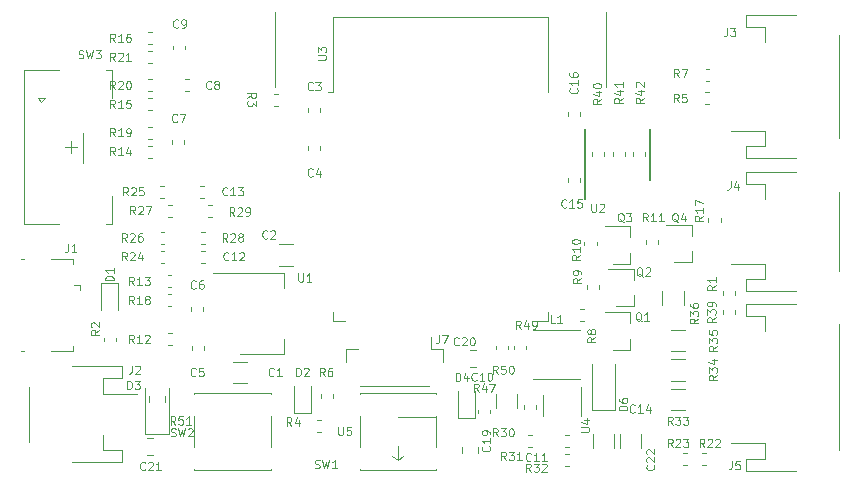
<source format=gto>
G04 #@! TF.GenerationSoftware,KiCad,Pcbnew,(5.1.5)-3*
G04 #@! TF.CreationDate,2020-08-05T22:49:10+02:00*
G04 #@! TF.ProjectId,Controller,436f6e74-726f-46c6-9c65-722e6b696361,rev?*
G04 #@! TF.SameCoordinates,Original*
G04 #@! TF.FileFunction,Legend,Top*
G04 #@! TF.FilePolarity,Positive*
%FSLAX46Y46*%
G04 Gerber Fmt 4.6, Leading zero omitted, Abs format (unit mm)*
G04 Created by KiCad (PCBNEW (5.1.5)-3) date 2020-08-05 22:49:10*
%MOMM*%
%LPD*%
G04 APERTURE LIST*
%ADD10C,0.120000*%
%ADD11C,0.150000*%
%ADD12C,0.110000*%
G04 APERTURE END LIST*
D10*
X139600000Y-90500000D02*
X139600000Y-96800000D01*
X111600000Y-90500000D02*
X111600000Y-96800000D01*
X140790000Y-126197936D02*
X140790000Y-127402064D01*
X142610000Y-126197936D02*
X142610000Y-127402064D01*
X102310000Y-123496078D02*
X102310000Y-122978922D01*
X100890000Y-123496078D02*
X100890000Y-122978922D01*
X101296078Y-126590000D02*
X100778922Y-126590000D01*
X101296078Y-128010000D02*
X100778922Y-128010000D01*
X116480000Y-115845000D02*
X116480000Y-116625000D01*
X116480000Y-116625000D02*
X117480000Y-116625000D01*
X134720000Y-115845000D02*
X134720000Y-116625000D01*
X134720000Y-116625000D02*
X133720000Y-116625000D01*
X116480000Y-90880000D02*
X134720000Y-90880000D01*
X134720000Y-90880000D02*
X134720000Y-97300000D01*
X116480000Y-90880000D02*
X116480000Y-97300000D01*
X116480000Y-97300000D02*
X116100000Y-97300000D01*
X111499721Y-97390000D02*
X111825279Y-97390000D01*
X111499721Y-98410000D02*
X111825279Y-98410000D01*
X131310000Y-119050279D02*
X131310000Y-118724721D01*
X130290000Y-119050279D02*
X130290000Y-118724721D01*
X159310000Y-112390000D02*
X159310000Y-105710000D01*
X153090000Y-105010000D02*
X153090000Y-106290000D01*
X151490000Y-105010000D02*
X153090000Y-105010000D01*
X151490000Y-103990000D02*
X151490000Y-105010000D01*
X155740000Y-103990000D02*
X151490000Y-103990000D01*
X153090000Y-111810000D02*
X150200000Y-111810000D01*
X153090000Y-113090000D02*
X153090000Y-111810000D01*
X151490000Y-113090000D02*
X153090000Y-113090000D01*
X151490000Y-114110000D02*
X151490000Y-113090000D01*
X155740000Y-114110000D02*
X151490000Y-114110000D01*
X122000000Y-128400000D02*
X122000000Y-127200000D01*
X122460000Y-128100000D02*
X122000000Y-128400000D01*
X125120000Y-124740000D02*
X122040000Y-124740000D01*
X121500000Y-128100000D02*
X122000000Y-128400000D01*
X100600000Y-126200000D02*
X102600000Y-126200000D01*
X102600000Y-126200000D02*
X102600000Y-122300000D01*
X100600000Y-126200000D02*
X100600000Y-122300000D01*
X131790000Y-119050279D02*
X131790000Y-118724721D01*
X132810000Y-119050279D02*
X132810000Y-118724721D01*
X128790000Y-124475279D02*
X128790000Y-124149721D01*
X129810000Y-124475279D02*
X129810000Y-124149721D01*
X128078922Y-119090000D02*
X128596078Y-119090000D01*
X128078922Y-120510000D02*
X128596078Y-120510000D01*
X128810000Y-127303922D02*
X128810000Y-127821078D01*
X127390000Y-127303922D02*
X127390000Y-127821078D01*
X93800000Y-101900000D02*
X94800000Y-101900000D01*
X94300000Y-101400000D02*
X94300000Y-102400000D01*
X97800000Y-106100000D02*
X97800000Y-108400000D01*
X95300000Y-100700000D02*
X95300000Y-103300000D01*
X97800000Y-95400000D02*
X97800000Y-97800000D01*
X92100000Y-97800000D02*
X91800000Y-98100000D01*
X91500000Y-97800000D02*
X92100000Y-97800000D01*
X91800000Y-98100000D02*
X91500000Y-97800000D01*
X90300000Y-95400000D02*
X90300000Y-108400000D01*
X93300000Y-95400000D02*
X90300000Y-95400000D01*
X93300000Y-108400000D02*
X90300000Y-108400000D01*
X97800000Y-108400000D02*
X97300000Y-108400000D01*
X97300000Y-95400000D02*
X97800000Y-95400000D01*
X137410000Y-104549721D02*
X137410000Y-104875279D01*
X136390000Y-104549721D02*
X136390000Y-104875279D01*
X142910000Y-102349721D02*
X142910000Y-102675279D01*
X141890000Y-102349721D02*
X141890000Y-102675279D01*
X141210000Y-102337221D02*
X141210000Y-102662779D01*
X140190000Y-102337221D02*
X140190000Y-102662779D01*
X139410000Y-102349721D02*
X139410000Y-102675279D01*
X138390000Y-102349721D02*
X138390000Y-102675279D01*
X149490000Y-116050279D02*
X149490000Y-115724721D01*
X150510000Y-116050279D02*
X150510000Y-115724721D01*
X148290000Y-108275279D02*
X148290000Y-107949721D01*
X149310000Y-108275279D02*
X149310000Y-107949721D01*
X148375279Y-96310000D02*
X148049721Y-96310000D01*
X148375279Y-95290000D02*
X148049721Y-95290000D01*
X148350279Y-98310000D02*
X148024721Y-98310000D01*
X148350279Y-97290000D02*
X148024721Y-97290000D01*
X149490000Y-114475279D02*
X149490000Y-114149721D01*
X150510000Y-114475279D02*
X150510000Y-114149721D01*
D11*
X143350000Y-104750000D02*
X143350000Y-100350000D01*
X137825000Y-106325000D02*
X137825000Y-100350000D01*
D10*
X137410000Y-98924721D02*
X137410000Y-99250279D01*
X136390000Y-98924721D02*
X136390000Y-99250279D01*
X125810000Y-120140000D02*
X125810000Y-118990000D01*
X125810000Y-118990000D02*
X124760000Y-118990000D01*
X124760000Y-118990000D02*
X124760000Y-118000000D01*
X117590000Y-120140000D02*
X117590000Y-118990000D01*
X117590000Y-118990000D02*
X118640000Y-118990000D01*
X124640000Y-122110000D02*
X118760000Y-122110000D01*
X141960000Y-115380000D02*
X140500000Y-115380000D01*
X141960000Y-112220000D02*
X139800000Y-112220000D01*
X141960000Y-112220000D02*
X141960000Y-113150000D01*
X141960000Y-115380000D02*
X141960000Y-114450000D01*
X146860000Y-111680000D02*
X146860000Y-110750000D01*
X146860000Y-108520000D02*
X146860000Y-109450000D01*
X146860000Y-108520000D02*
X144700000Y-108520000D01*
X146860000Y-111680000D02*
X145400000Y-111680000D01*
X141660000Y-111780000D02*
X141660000Y-110850000D01*
X141660000Y-108620000D02*
X141660000Y-109550000D01*
X141660000Y-108620000D02*
X139500000Y-108620000D01*
X141660000Y-111780000D02*
X140200000Y-111780000D01*
X141660000Y-119080000D02*
X141660000Y-118150000D01*
X141660000Y-115920000D02*
X141660000Y-116850000D01*
X141660000Y-115920000D02*
X139500000Y-115920000D01*
X141660000Y-119080000D02*
X140200000Y-119080000D01*
X134290000Y-122900000D02*
X134290000Y-124700000D01*
X137510000Y-124700000D02*
X137510000Y-122250000D01*
X112360000Y-119410000D02*
X112360000Y-118150000D01*
X112360000Y-112590000D02*
X112360000Y-113850000D01*
X108600000Y-119410000D02*
X112360000Y-119410000D01*
X106350000Y-112590000D02*
X112360000Y-112590000D01*
X104770000Y-129230000D02*
X104770000Y-129200000D01*
X104770000Y-122770000D02*
X104770000Y-122800000D01*
X111230000Y-122770000D02*
X111230000Y-122800000D01*
X111230000Y-129200000D02*
X111230000Y-129230000D01*
X104770000Y-127300000D02*
X104770000Y-124700000D01*
X111230000Y-129230000D02*
X104770000Y-129230000D01*
X111230000Y-127300000D02*
X111230000Y-124700000D01*
X111230000Y-122770000D02*
X104770000Y-122770000D01*
X118770000Y-129230000D02*
X118770000Y-129200000D01*
X118770000Y-122770000D02*
X118770000Y-122800000D01*
X125230000Y-122770000D02*
X125230000Y-122800000D01*
X125230000Y-129200000D02*
X125230000Y-129230000D01*
X118770000Y-127300000D02*
X118770000Y-124700000D01*
X125230000Y-129230000D02*
X118770000Y-129230000D01*
X125230000Y-127300000D02*
X125230000Y-124700000D01*
X125230000Y-122770000D02*
X118770000Y-122770000D01*
X144390000Y-115302064D02*
X144390000Y-114097936D01*
X146210000Y-115302064D02*
X146210000Y-114097936D01*
X146302064Y-119210000D02*
X145097936Y-119210000D01*
X146302064Y-117390000D02*
X145097936Y-117390000D01*
X146302064Y-121710000D02*
X145097936Y-121710000D01*
X146302064Y-119890000D02*
X145097936Y-119890000D01*
X146302064Y-124210000D02*
X145097936Y-124210000D01*
X146302064Y-122390000D02*
X145097936Y-122390000D01*
X136124721Y-127890000D02*
X136450279Y-127890000D01*
X136124721Y-128910000D02*
X136450279Y-128910000D01*
X133375279Y-127310000D02*
X133049721Y-127310000D01*
X133375279Y-126290000D02*
X133049721Y-126290000D01*
X133710000Y-123749721D02*
X133710000Y-124075279D01*
X132690000Y-123749721D02*
X132690000Y-124075279D01*
X105949721Y-106790000D02*
X106275279Y-106790000D01*
X105949721Y-107810000D02*
X106275279Y-107810000D01*
X105349721Y-109090000D02*
X105675279Y-109090000D01*
X105349721Y-110110000D02*
X105675279Y-110110000D01*
X102549721Y-106790000D02*
X102875279Y-106790000D01*
X102549721Y-107810000D02*
X102875279Y-107810000D01*
X101899721Y-109090000D02*
X102225279Y-109090000D01*
X101899721Y-110110000D02*
X102225279Y-110110000D01*
X101849721Y-105190000D02*
X102175279Y-105190000D01*
X101849721Y-106210000D02*
X102175279Y-106210000D01*
X101899721Y-110690000D02*
X102225279Y-110690000D01*
X101899721Y-111710000D02*
X102225279Y-111710000D01*
X146475279Y-128810000D02*
X146149721Y-128810000D01*
X146475279Y-127790000D02*
X146149721Y-127790000D01*
X147724721Y-127790000D02*
X148050279Y-127790000D01*
X147724721Y-128810000D02*
X148050279Y-128810000D01*
X100849721Y-93790000D02*
X101175279Y-93790000D01*
X100849721Y-94810000D02*
X101175279Y-94810000D01*
X100849721Y-96190000D02*
X101175279Y-96190000D01*
X100849721Y-97210000D02*
X101175279Y-97210000D01*
X100849721Y-100190000D02*
X101175279Y-100190000D01*
X100849721Y-101210000D02*
X101175279Y-101210000D01*
X102499721Y-114390000D02*
X102825279Y-114390000D01*
X102499721Y-115410000D02*
X102825279Y-115410000D01*
X100849721Y-92190000D02*
X101175279Y-92190000D01*
X100849721Y-93210000D02*
X101175279Y-93210000D01*
X100849721Y-97790000D02*
X101175279Y-97790000D01*
X100849721Y-98810000D02*
X101175279Y-98810000D01*
X100849721Y-101790000D02*
X101175279Y-101790000D01*
X100849721Y-102810000D02*
X101175279Y-102810000D01*
X102499721Y-112790000D02*
X102825279Y-112790000D01*
X102499721Y-113810000D02*
X102825279Y-113810000D01*
X102524721Y-117690000D02*
X102850279Y-117690000D01*
X102524721Y-118710000D02*
X102850279Y-118710000D01*
X144010000Y-109824721D02*
X144010000Y-110150279D01*
X142990000Y-109824721D02*
X142990000Y-110150279D01*
X138810000Y-109924721D02*
X138810000Y-110250279D01*
X137790000Y-109924721D02*
X137790000Y-110250279D01*
X139010000Y-113624721D02*
X139010000Y-113950279D01*
X137990000Y-113624721D02*
X137990000Y-113950279D01*
X137775279Y-116610000D02*
X137449721Y-116610000D01*
X137775279Y-115590000D02*
X137449721Y-115590000D01*
X116510000Y-122849721D02*
X116510000Y-123175279D01*
X115490000Y-122849721D02*
X115490000Y-123175279D01*
X115475279Y-126010000D02*
X115149721Y-126010000D01*
X115475279Y-124990000D02*
X115149721Y-124990000D01*
X97090000Y-118375279D02*
X97090000Y-118049721D01*
X98110000Y-118375279D02*
X98110000Y-118049721D01*
X133400000Y-117400000D02*
X137400000Y-117400000D01*
X133400000Y-121600000D02*
X137400000Y-121600000D01*
X159310000Y-127590000D02*
X159310000Y-116910000D01*
X153090000Y-116210000D02*
X153090000Y-117490000D01*
X151490000Y-116210000D02*
X153090000Y-116210000D01*
X151490000Y-115190000D02*
X151490000Y-116210000D01*
X155740000Y-115190000D02*
X151490000Y-115190000D01*
X153090000Y-127010000D02*
X150200000Y-127010000D01*
X153090000Y-128290000D02*
X153090000Y-127010000D01*
X151490000Y-128290000D02*
X153090000Y-128290000D01*
X151490000Y-129310000D02*
X151490000Y-128290000D01*
X155740000Y-129310000D02*
X151490000Y-129310000D01*
X159310000Y-101140000D02*
X159310000Y-92460000D01*
X153090000Y-91760000D02*
X153090000Y-93040000D01*
X151490000Y-91760000D02*
X153090000Y-91760000D01*
X151490000Y-90740000D02*
X151490000Y-91760000D01*
X155740000Y-90740000D02*
X151490000Y-90740000D01*
X153090000Y-100560000D02*
X150200000Y-100560000D01*
X153090000Y-101840000D02*
X153090000Y-100560000D01*
X151490000Y-101840000D02*
X153090000Y-101840000D01*
X151490000Y-102860000D02*
X151490000Y-101840000D01*
X155740000Y-102860000D02*
X151490000Y-102860000D01*
X90790000Y-122210000D02*
X90790000Y-126890000D01*
X97010000Y-127590000D02*
X97010000Y-126310000D01*
X98610000Y-127590000D02*
X97010000Y-127590000D01*
X98610000Y-128610000D02*
X98610000Y-127590000D01*
X94360000Y-128610000D02*
X98610000Y-128610000D01*
X97010000Y-122790000D02*
X99900000Y-122790000D01*
X97010000Y-121510000D02*
X97010000Y-122790000D01*
X98610000Y-121510000D02*
X97010000Y-121510000D01*
X98610000Y-120490000D02*
X98610000Y-121510000D01*
X94360000Y-120490000D02*
X98610000Y-120490000D01*
X94500000Y-111400000D02*
X94500000Y-111850000D01*
X92650000Y-111400000D02*
X94500000Y-111400000D01*
X90100000Y-119200000D02*
X90350000Y-119200000D01*
X90100000Y-111400000D02*
X90350000Y-111400000D01*
X92650000Y-119200000D02*
X94500000Y-119200000D01*
X94500000Y-119200000D02*
X94500000Y-118750000D01*
X95050000Y-113600000D02*
X95050000Y-114050000D01*
X95050000Y-113600000D02*
X94600000Y-113600000D01*
X138400000Y-124200000D02*
X140400000Y-124200000D01*
X140400000Y-124200000D02*
X140400000Y-120300000D01*
X138400000Y-124200000D02*
X138400000Y-120300000D01*
X127065000Y-122612500D02*
X127065000Y-124897500D01*
X127065000Y-124897500D02*
X128535000Y-124897500D01*
X128535000Y-124897500D02*
X128535000Y-122612500D01*
X113165000Y-122187500D02*
X113165000Y-124472500D01*
X113165000Y-124472500D02*
X114635000Y-124472500D01*
X114635000Y-124472500D02*
X114635000Y-122187500D01*
X98335000Y-115712500D02*
X98335000Y-113427500D01*
X98335000Y-113427500D02*
X96865000Y-113427500D01*
X96865000Y-113427500D02*
X96865000Y-115712500D01*
X140310000Y-126197936D02*
X140310000Y-127402064D01*
X138490000Y-126197936D02*
X138490000Y-127402064D01*
X105249721Y-105190000D02*
X105575279Y-105190000D01*
X105249721Y-106210000D02*
X105575279Y-106210000D01*
X105349721Y-110690000D02*
X105675279Y-110690000D01*
X105349721Y-111710000D02*
X105675279Y-111710000D01*
X136475279Y-127310000D02*
X136149721Y-127310000D01*
X136475279Y-126290000D02*
X136149721Y-126290000D01*
X132110000Y-122797936D02*
X132110000Y-124002064D01*
X130290000Y-122797936D02*
X130290000Y-124002064D01*
X102990000Y-93650279D02*
X102990000Y-93324721D01*
X104010000Y-93650279D02*
X104010000Y-93324721D01*
X103949721Y-96190000D02*
X104275279Y-96190000D01*
X103949721Y-97210000D02*
X104275279Y-97210000D01*
X103910000Y-101349721D02*
X103910000Y-101675279D01*
X102890000Y-101349721D02*
X102890000Y-101675279D01*
X105510000Y-115449721D02*
X105510000Y-115775279D01*
X104490000Y-115449721D02*
X104490000Y-115775279D01*
X105610000Y-118749721D02*
X105610000Y-119075279D01*
X104590000Y-118749721D02*
X104590000Y-119075279D01*
X115410000Y-101824721D02*
X115410000Y-102150279D01*
X114390000Y-101824721D02*
X114390000Y-102150279D01*
X114390000Y-98975279D02*
X114390000Y-98649721D01*
X115410000Y-98975279D02*
X115410000Y-98649721D01*
X113152064Y-111960000D02*
X111947936Y-111960000D01*
X113152064Y-110140000D02*
X111947936Y-110140000D01*
X107997936Y-120090000D02*
X109202064Y-120090000D01*
X107997936Y-121910000D02*
X109202064Y-121910000D01*
D12*
X143650000Y-128850000D02*
X143683333Y-128883333D01*
X143716666Y-128983333D01*
X143716666Y-129050000D01*
X143683333Y-129150000D01*
X143616666Y-129216666D01*
X143550000Y-129250000D01*
X143416666Y-129283333D01*
X143316666Y-129283333D01*
X143183333Y-129250000D01*
X143116666Y-129216666D01*
X143050000Y-129150000D01*
X143016666Y-129050000D01*
X143016666Y-128983333D01*
X143050000Y-128883333D01*
X143083333Y-128850000D01*
X143083333Y-128583333D02*
X143050000Y-128550000D01*
X143016666Y-128483333D01*
X143016666Y-128316666D01*
X143050000Y-128250000D01*
X143083333Y-128216666D01*
X143150000Y-128183333D01*
X143216666Y-128183333D01*
X143316666Y-128216666D01*
X143716666Y-128616666D01*
X143716666Y-128183333D01*
X143083333Y-127916666D02*
X143050000Y-127883333D01*
X143016666Y-127816666D01*
X143016666Y-127650000D01*
X143050000Y-127583333D01*
X143083333Y-127550000D01*
X143150000Y-127516666D01*
X143216666Y-127516666D01*
X143316666Y-127550000D01*
X143716666Y-127950000D01*
X143716666Y-127516666D01*
X103150000Y-125416666D02*
X102916666Y-125083333D01*
X102750000Y-125416666D02*
X102750000Y-124716666D01*
X103016666Y-124716666D01*
X103083333Y-124750000D01*
X103116666Y-124783333D01*
X103150000Y-124850000D01*
X103150000Y-124950000D01*
X103116666Y-125016666D01*
X103083333Y-125050000D01*
X103016666Y-125083333D01*
X102750000Y-125083333D01*
X103783333Y-124716666D02*
X103450000Y-124716666D01*
X103416666Y-125050000D01*
X103450000Y-125016666D01*
X103516666Y-124983333D01*
X103683333Y-124983333D01*
X103750000Y-125016666D01*
X103783333Y-125050000D01*
X103816666Y-125116666D01*
X103816666Y-125283333D01*
X103783333Y-125350000D01*
X103750000Y-125383333D01*
X103683333Y-125416666D01*
X103516666Y-125416666D01*
X103450000Y-125383333D01*
X103416666Y-125350000D01*
X104483333Y-125416666D02*
X104083333Y-125416666D01*
X104283333Y-125416666D02*
X104283333Y-124716666D01*
X104216666Y-124816666D01*
X104150000Y-124883333D01*
X104083333Y-124916666D01*
X100587500Y-129200000D02*
X100554166Y-129233333D01*
X100454166Y-129266666D01*
X100387500Y-129266666D01*
X100287500Y-129233333D01*
X100220833Y-129166666D01*
X100187500Y-129100000D01*
X100154166Y-128966666D01*
X100154166Y-128866666D01*
X100187500Y-128733333D01*
X100220833Y-128666666D01*
X100287500Y-128600000D01*
X100387500Y-128566666D01*
X100454166Y-128566666D01*
X100554166Y-128600000D01*
X100587500Y-128633333D01*
X100854166Y-128633333D02*
X100887500Y-128600000D01*
X100954166Y-128566666D01*
X101120833Y-128566666D01*
X101187500Y-128600000D01*
X101220833Y-128633333D01*
X101254166Y-128700000D01*
X101254166Y-128766666D01*
X101220833Y-128866666D01*
X100820833Y-129266666D01*
X101254166Y-129266666D01*
X101920833Y-129266666D02*
X101520833Y-129266666D01*
X101720833Y-129266666D02*
X101720833Y-128566666D01*
X101654166Y-128666666D01*
X101587500Y-128733333D01*
X101520833Y-128766666D01*
X115216666Y-94533333D02*
X115783333Y-94533333D01*
X115850000Y-94500000D01*
X115883333Y-94466666D01*
X115916666Y-94400000D01*
X115916666Y-94266666D01*
X115883333Y-94200000D01*
X115850000Y-94166666D01*
X115783333Y-94133333D01*
X115216666Y-94133333D01*
X115216666Y-93866666D02*
X115216666Y-93433333D01*
X115483333Y-93666666D01*
X115483333Y-93566666D01*
X115516666Y-93500000D01*
X115550000Y-93466666D01*
X115616666Y-93433333D01*
X115783333Y-93433333D01*
X115850000Y-93466666D01*
X115883333Y-93500000D01*
X115916666Y-93566666D01*
X115916666Y-93766666D01*
X115883333Y-93833333D01*
X115850000Y-93866666D01*
X109258333Y-97783333D02*
X109591666Y-97550000D01*
X109258333Y-97383333D02*
X109958333Y-97383333D01*
X109958333Y-97650000D01*
X109925000Y-97716666D01*
X109891666Y-97750000D01*
X109825000Y-97783333D01*
X109725000Y-97783333D01*
X109658333Y-97750000D01*
X109625000Y-97716666D01*
X109591666Y-97650000D01*
X109591666Y-97383333D01*
X109958333Y-98016666D02*
X109958333Y-98450000D01*
X109691666Y-98216666D01*
X109691666Y-98316666D01*
X109658333Y-98383333D01*
X109625000Y-98416666D01*
X109558333Y-98450000D01*
X109391666Y-98450000D01*
X109325000Y-98416666D01*
X109291666Y-98383333D01*
X109258333Y-98316666D01*
X109258333Y-98116666D01*
X109291666Y-98050000D01*
X109325000Y-98016666D01*
X130450000Y-121116666D02*
X130216666Y-120783333D01*
X130050000Y-121116666D02*
X130050000Y-120416666D01*
X130316666Y-120416666D01*
X130383333Y-120450000D01*
X130416666Y-120483333D01*
X130450000Y-120550000D01*
X130450000Y-120650000D01*
X130416666Y-120716666D01*
X130383333Y-120750000D01*
X130316666Y-120783333D01*
X130050000Y-120783333D01*
X131083333Y-120416666D02*
X130750000Y-120416666D01*
X130716666Y-120750000D01*
X130750000Y-120716666D01*
X130816666Y-120683333D01*
X130983333Y-120683333D01*
X131050000Y-120716666D01*
X131083333Y-120750000D01*
X131116666Y-120816666D01*
X131116666Y-120983333D01*
X131083333Y-121050000D01*
X131050000Y-121083333D01*
X130983333Y-121116666D01*
X130816666Y-121116666D01*
X130750000Y-121083333D01*
X130716666Y-121050000D01*
X131550000Y-120416666D02*
X131616666Y-120416666D01*
X131683333Y-120450000D01*
X131716666Y-120483333D01*
X131750000Y-120550000D01*
X131783333Y-120683333D01*
X131783333Y-120850000D01*
X131750000Y-120983333D01*
X131716666Y-121050000D01*
X131683333Y-121083333D01*
X131616666Y-121116666D01*
X131550000Y-121116666D01*
X131483333Y-121083333D01*
X131450000Y-121050000D01*
X131416666Y-120983333D01*
X131383333Y-120850000D01*
X131383333Y-120683333D01*
X131416666Y-120550000D01*
X131450000Y-120483333D01*
X131483333Y-120450000D01*
X131550000Y-120416666D01*
X150166666Y-104816666D02*
X150166666Y-105316666D01*
X150133333Y-105416666D01*
X150066666Y-105483333D01*
X149966666Y-105516666D01*
X149900000Y-105516666D01*
X150800000Y-105050000D02*
X150800000Y-105516666D01*
X150633333Y-104783333D02*
X150466666Y-105283333D01*
X150900000Y-105283333D01*
X116946666Y-125616666D02*
X116946666Y-126183333D01*
X116980000Y-126250000D01*
X117013333Y-126283333D01*
X117080000Y-126316666D01*
X117213333Y-126316666D01*
X117280000Y-126283333D01*
X117313333Y-126250000D01*
X117346666Y-126183333D01*
X117346666Y-125616666D01*
X118013333Y-125616666D02*
X117680000Y-125616666D01*
X117646666Y-125950000D01*
X117680000Y-125916666D01*
X117746666Y-125883333D01*
X117913333Y-125883333D01*
X117980000Y-125916666D01*
X118013333Y-125950000D01*
X118046666Y-126016666D01*
X118046666Y-126183333D01*
X118013333Y-126250000D01*
X117980000Y-126283333D01*
X117913333Y-126316666D01*
X117746666Y-126316666D01*
X117680000Y-126283333D01*
X117646666Y-126250000D01*
X99083333Y-122416666D02*
X99083333Y-121716666D01*
X99250000Y-121716666D01*
X99350000Y-121750000D01*
X99416666Y-121816666D01*
X99450000Y-121883333D01*
X99483333Y-122016666D01*
X99483333Y-122116666D01*
X99450000Y-122250000D01*
X99416666Y-122316666D01*
X99350000Y-122383333D01*
X99250000Y-122416666D01*
X99083333Y-122416666D01*
X99716666Y-121716666D02*
X100150000Y-121716666D01*
X99916666Y-121983333D01*
X100016666Y-121983333D01*
X100083333Y-122016666D01*
X100116666Y-122050000D01*
X100150000Y-122116666D01*
X100150000Y-122283333D01*
X100116666Y-122350000D01*
X100083333Y-122383333D01*
X100016666Y-122416666D01*
X99816666Y-122416666D01*
X99750000Y-122383333D01*
X99716666Y-122350000D01*
X132400000Y-117316666D02*
X132166666Y-116983333D01*
X132000000Y-117316666D02*
X132000000Y-116616666D01*
X132266666Y-116616666D01*
X132333333Y-116650000D01*
X132366666Y-116683333D01*
X132400000Y-116750000D01*
X132400000Y-116850000D01*
X132366666Y-116916666D01*
X132333333Y-116950000D01*
X132266666Y-116983333D01*
X132000000Y-116983333D01*
X133000000Y-116850000D02*
X133000000Y-117316666D01*
X132833333Y-116583333D02*
X132666666Y-117083333D01*
X133100000Y-117083333D01*
X133400000Y-117316666D02*
X133533333Y-117316666D01*
X133600000Y-117283333D01*
X133633333Y-117250000D01*
X133700000Y-117150000D01*
X133733333Y-117016666D01*
X133733333Y-116750000D01*
X133700000Y-116683333D01*
X133666666Y-116650000D01*
X133600000Y-116616666D01*
X133466666Y-116616666D01*
X133400000Y-116650000D01*
X133366666Y-116683333D01*
X133333333Y-116750000D01*
X133333333Y-116916666D01*
X133366666Y-116983333D01*
X133400000Y-117016666D01*
X133466666Y-117050000D01*
X133600000Y-117050000D01*
X133666666Y-117016666D01*
X133700000Y-116983333D01*
X133733333Y-116916666D01*
X128850000Y-122641666D02*
X128616666Y-122308333D01*
X128450000Y-122641666D02*
X128450000Y-121941666D01*
X128716666Y-121941666D01*
X128783333Y-121975000D01*
X128816666Y-122008333D01*
X128850000Y-122075000D01*
X128850000Y-122175000D01*
X128816666Y-122241666D01*
X128783333Y-122275000D01*
X128716666Y-122308333D01*
X128450000Y-122308333D01*
X129450000Y-122175000D02*
X129450000Y-122641666D01*
X129283333Y-121908333D02*
X129116666Y-122408333D01*
X129550000Y-122408333D01*
X129750000Y-121941666D02*
X130216666Y-121941666D01*
X129916666Y-122641666D01*
X127150000Y-118650000D02*
X127116666Y-118683333D01*
X127016666Y-118716666D01*
X126950000Y-118716666D01*
X126850000Y-118683333D01*
X126783333Y-118616666D01*
X126750000Y-118550000D01*
X126716666Y-118416666D01*
X126716666Y-118316666D01*
X126750000Y-118183333D01*
X126783333Y-118116666D01*
X126850000Y-118050000D01*
X126950000Y-118016666D01*
X127016666Y-118016666D01*
X127116666Y-118050000D01*
X127150000Y-118083333D01*
X127416666Y-118083333D02*
X127450000Y-118050000D01*
X127516666Y-118016666D01*
X127683333Y-118016666D01*
X127750000Y-118050000D01*
X127783333Y-118083333D01*
X127816666Y-118150000D01*
X127816666Y-118216666D01*
X127783333Y-118316666D01*
X127383333Y-118716666D01*
X127816666Y-118716666D01*
X128250000Y-118016666D02*
X128316666Y-118016666D01*
X128383333Y-118050000D01*
X128416666Y-118083333D01*
X128450000Y-118150000D01*
X128483333Y-118283333D01*
X128483333Y-118450000D01*
X128450000Y-118583333D01*
X128416666Y-118650000D01*
X128383333Y-118683333D01*
X128316666Y-118716666D01*
X128250000Y-118716666D01*
X128183333Y-118683333D01*
X128150000Y-118650000D01*
X128116666Y-118583333D01*
X128083333Y-118450000D01*
X128083333Y-118283333D01*
X128116666Y-118150000D01*
X128150000Y-118083333D01*
X128183333Y-118050000D01*
X128250000Y-118016666D01*
X129750000Y-127250000D02*
X129783333Y-127283333D01*
X129816666Y-127383333D01*
X129816666Y-127450000D01*
X129783333Y-127550000D01*
X129716666Y-127616666D01*
X129650000Y-127650000D01*
X129516666Y-127683333D01*
X129416666Y-127683333D01*
X129283333Y-127650000D01*
X129216666Y-127616666D01*
X129150000Y-127550000D01*
X129116666Y-127450000D01*
X129116666Y-127383333D01*
X129150000Y-127283333D01*
X129183333Y-127250000D01*
X129816666Y-126583333D02*
X129816666Y-126983333D01*
X129816666Y-126783333D02*
X129116666Y-126783333D01*
X129216666Y-126850000D01*
X129283333Y-126916666D01*
X129316666Y-126983333D01*
X129816666Y-126250000D02*
X129816666Y-126116666D01*
X129783333Y-126050000D01*
X129750000Y-126016666D01*
X129650000Y-125950000D01*
X129516666Y-125916666D01*
X129250000Y-125916666D01*
X129183333Y-125950000D01*
X129150000Y-125983333D01*
X129116666Y-126050000D01*
X129116666Y-126183333D01*
X129150000Y-126250000D01*
X129183333Y-126283333D01*
X129250000Y-126316666D01*
X129416666Y-126316666D01*
X129483333Y-126283333D01*
X129516666Y-126250000D01*
X129550000Y-126183333D01*
X129550000Y-126050000D01*
X129516666Y-125983333D01*
X129483333Y-125950000D01*
X129416666Y-125916666D01*
X94966666Y-94383333D02*
X95066666Y-94416666D01*
X95233333Y-94416666D01*
X95300000Y-94383333D01*
X95333333Y-94350000D01*
X95366666Y-94283333D01*
X95366666Y-94216666D01*
X95333333Y-94150000D01*
X95300000Y-94116666D01*
X95233333Y-94083333D01*
X95100000Y-94050000D01*
X95033333Y-94016666D01*
X95000000Y-93983333D01*
X94966666Y-93916666D01*
X94966666Y-93850000D01*
X95000000Y-93783333D01*
X95033333Y-93750000D01*
X95100000Y-93716666D01*
X95266666Y-93716666D01*
X95366666Y-93750000D01*
X95600000Y-93716666D02*
X95766666Y-94416666D01*
X95900000Y-93916666D01*
X96033333Y-94416666D01*
X96200000Y-93716666D01*
X96400000Y-93716666D02*
X96833333Y-93716666D01*
X96600000Y-93983333D01*
X96700000Y-93983333D01*
X96766666Y-94016666D01*
X96800000Y-94050000D01*
X96833333Y-94116666D01*
X96833333Y-94283333D01*
X96800000Y-94350000D01*
X96766666Y-94383333D01*
X96700000Y-94416666D01*
X96500000Y-94416666D01*
X96433333Y-94383333D01*
X96400000Y-94350000D01*
X136250000Y-106975000D02*
X136216666Y-107008333D01*
X136116666Y-107041666D01*
X136050000Y-107041666D01*
X135950000Y-107008333D01*
X135883333Y-106941666D01*
X135850000Y-106875000D01*
X135816666Y-106741666D01*
X135816666Y-106641666D01*
X135850000Y-106508333D01*
X135883333Y-106441666D01*
X135950000Y-106375000D01*
X136050000Y-106341666D01*
X136116666Y-106341666D01*
X136216666Y-106375000D01*
X136250000Y-106408333D01*
X136916666Y-107041666D02*
X136516666Y-107041666D01*
X136716666Y-107041666D02*
X136716666Y-106341666D01*
X136650000Y-106441666D01*
X136583333Y-106508333D01*
X136516666Y-106541666D01*
X137550000Y-106341666D02*
X137216666Y-106341666D01*
X137183333Y-106675000D01*
X137216666Y-106641666D01*
X137283333Y-106608333D01*
X137450000Y-106608333D01*
X137516666Y-106641666D01*
X137550000Y-106675000D01*
X137583333Y-106741666D01*
X137583333Y-106908333D01*
X137550000Y-106975000D01*
X137516666Y-107008333D01*
X137450000Y-107041666D01*
X137283333Y-107041666D01*
X137216666Y-107008333D01*
X137183333Y-106975000D01*
X142816666Y-97750000D02*
X142483333Y-97983333D01*
X142816666Y-98150000D02*
X142116666Y-98150000D01*
X142116666Y-97883333D01*
X142150000Y-97816666D01*
X142183333Y-97783333D01*
X142250000Y-97750000D01*
X142350000Y-97750000D01*
X142416666Y-97783333D01*
X142450000Y-97816666D01*
X142483333Y-97883333D01*
X142483333Y-98150000D01*
X142350000Y-97150000D02*
X142816666Y-97150000D01*
X142083333Y-97316666D02*
X142583333Y-97483333D01*
X142583333Y-97050000D01*
X142183333Y-96816666D02*
X142150000Y-96783333D01*
X142116666Y-96716666D01*
X142116666Y-96550000D01*
X142150000Y-96483333D01*
X142183333Y-96450000D01*
X142250000Y-96416666D01*
X142316666Y-96416666D01*
X142416666Y-96450000D01*
X142816666Y-96850000D01*
X142816666Y-96416666D01*
X141016666Y-97750000D02*
X140683333Y-97983333D01*
X141016666Y-98150000D02*
X140316666Y-98150000D01*
X140316666Y-97883333D01*
X140350000Y-97816666D01*
X140383333Y-97783333D01*
X140450000Y-97750000D01*
X140550000Y-97750000D01*
X140616666Y-97783333D01*
X140650000Y-97816666D01*
X140683333Y-97883333D01*
X140683333Y-98150000D01*
X140550000Y-97150000D02*
X141016666Y-97150000D01*
X140283333Y-97316666D02*
X140783333Y-97483333D01*
X140783333Y-97050000D01*
X141016666Y-96416666D02*
X141016666Y-96816666D01*
X141016666Y-96616666D02*
X140316666Y-96616666D01*
X140416666Y-96683333D01*
X140483333Y-96750000D01*
X140516666Y-96816666D01*
X139216666Y-97850000D02*
X138883333Y-98083333D01*
X139216666Y-98250000D02*
X138516666Y-98250000D01*
X138516666Y-97983333D01*
X138550000Y-97916666D01*
X138583333Y-97883333D01*
X138650000Y-97850000D01*
X138750000Y-97850000D01*
X138816666Y-97883333D01*
X138850000Y-97916666D01*
X138883333Y-97983333D01*
X138883333Y-98250000D01*
X138750000Y-97250000D02*
X139216666Y-97250000D01*
X138483333Y-97416666D02*
X138983333Y-97583333D01*
X138983333Y-97150000D01*
X138516666Y-96750000D02*
X138516666Y-96683333D01*
X138550000Y-96616666D01*
X138583333Y-96583333D01*
X138650000Y-96550000D01*
X138783333Y-96516666D01*
X138950000Y-96516666D01*
X139083333Y-96550000D01*
X139150000Y-96583333D01*
X139183333Y-96616666D01*
X139216666Y-96683333D01*
X139216666Y-96750000D01*
X139183333Y-96816666D01*
X139150000Y-96850000D01*
X139083333Y-96883333D01*
X138950000Y-96916666D01*
X138783333Y-96916666D01*
X138650000Y-96883333D01*
X138583333Y-96850000D01*
X138550000Y-96816666D01*
X138516666Y-96750000D01*
X148886666Y-116337500D02*
X148553333Y-116570833D01*
X148886666Y-116737500D02*
X148186666Y-116737500D01*
X148186666Y-116470833D01*
X148220000Y-116404166D01*
X148253333Y-116370833D01*
X148320000Y-116337500D01*
X148420000Y-116337500D01*
X148486666Y-116370833D01*
X148520000Y-116404166D01*
X148553333Y-116470833D01*
X148553333Y-116737500D01*
X148186666Y-116104166D02*
X148186666Y-115670833D01*
X148453333Y-115904166D01*
X148453333Y-115804166D01*
X148486666Y-115737500D01*
X148520000Y-115704166D01*
X148586666Y-115670833D01*
X148753333Y-115670833D01*
X148820000Y-115704166D01*
X148853333Y-115737500D01*
X148886666Y-115804166D01*
X148886666Y-116004166D01*
X148853333Y-116070833D01*
X148820000Y-116104166D01*
X148886666Y-115337500D02*
X148886666Y-115204166D01*
X148853333Y-115137500D01*
X148820000Y-115104166D01*
X148720000Y-115037500D01*
X148586666Y-115004166D01*
X148320000Y-115004166D01*
X148253333Y-115037500D01*
X148220000Y-115070833D01*
X148186666Y-115137500D01*
X148186666Y-115270833D01*
X148220000Y-115337500D01*
X148253333Y-115370833D01*
X148320000Y-115404166D01*
X148486666Y-115404166D01*
X148553333Y-115370833D01*
X148586666Y-115337500D01*
X148620000Y-115270833D01*
X148620000Y-115137500D01*
X148586666Y-115070833D01*
X148553333Y-115037500D01*
X148486666Y-115004166D01*
X147816666Y-107750000D02*
X147483333Y-107983333D01*
X147816666Y-108150000D02*
X147116666Y-108150000D01*
X147116666Y-107883333D01*
X147150000Y-107816666D01*
X147183333Y-107783333D01*
X147250000Y-107750000D01*
X147350000Y-107750000D01*
X147416666Y-107783333D01*
X147450000Y-107816666D01*
X147483333Y-107883333D01*
X147483333Y-108150000D01*
X147816666Y-107083333D02*
X147816666Y-107483333D01*
X147816666Y-107283333D02*
X147116666Y-107283333D01*
X147216666Y-107350000D01*
X147283333Y-107416666D01*
X147316666Y-107483333D01*
X147116666Y-106850000D02*
X147116666Y-106383333D01*
X147816666Y-106683333D01*
X145783333Y-96016666D02*
X145550000Y-95683333D01*
X145383333Y-96016666D02*
X145383333Y-95316666D01*
X145650000Y-95316666D01*
X145716666Y-95350000D01*
X145750000Y-95383333D01*
X145783333Y-95450000D01*
X145783333Y-95550000D01*
X145750000Y-95616666D01*
X145716666Y-95650000D01*
X145650000Y-95683333D01*
X145383333Y-95683333D01*
X146016666Y-95316666D02*
X146483333Y-95316666D01*
X146183333Y-96016666D01*
X145783333Y-98116666D02*
X145550000Y-97783333D01*
X145383333Y-98116666D02*
X145383333Y-97416666D01*
X145650000Y-97416666D01*
X145716666Y-97450000D01*
X145750000Y-97483333D01*
X145783333Y-97550000D01*
X145783333Y-97650000D01*
X145750000Y-97716666D01*
X145716666Y-97750000D01*
X145650000Y-97783333D01*
X145383333Y-97783333D01*
X146416666Y-97416666D02*
X146083333Y-97416666D01*
X146050000Y-97750000D01*
X146083333Y-97716666D01*
X146150000Y-97683333D01*
X146316666Y-97683333D01*
X146383333Y-97716666D01*
X146416666Y-97750000D01*
X146450000Y-97816666D01*
X146450000Y-97983333D01*
X146416666Y-98050000D01*
X146383333Y-98083333D01*
X146316666Y-98116666D01*
X146150000Y-98116666D01*
X146083333Y-98083333D01*
X146050000Y-98050000D01*
X148886666Y-113616666D02*
X148553333Y-113850000D01*
X148886666Y-114016666D02*
X148186666Y-114016666D01*
X148186666Y-113750000D01*
X148220000Y-113683333D01*
X148253333Y-113650000D01*
X148320000Y-113616666D01*
X148420000Y-113616666D01*
X148486666Y-113650000D01*
X148520000Y-113683333D01*
X148553333Y-113750000D01*
X148553333Y-114016666D01*
X148886666Y-112950000D02*
X148886666Y-113350000D01*
X148886666Y-113150000D02*
X148186666Y-113150000D01*
X148286666Y-113216666D01*
X148353333Y-113283333D01*
X148386666Y-113350000D01*
X138366666Y-106716666D02*
X138366666Y-107283333D01*
X138400000Y-107350000D01*
X138433333Y-107383333D01*
X138500000Y-107416666D01*
X138633333Y-107416666D01*
X138700000Y-107383333D01*
X138733333Y-107350000D01*
X138766666Y-107283333D01*
X138766666Y-106716666D01*
X139066666Y-106783333D02*
X139100000Y-106750000D01*
X139166666Y-106716666D01*
X139333333Y-106716666D01*
X139400000Y-106750000D01*
X139433333Y-106783333D01*
X139466666Y-106850000D01*
X139466666Y-106916666D01*
X139433333Y-107016666D01*
X139033333Y-107416666D01*
X139466666Y-107416666D01*
X137150000Y-96937500D02*
X137183333Y-96970833D01*
X137216666Y-97070833D01*
X137216666Y-97137500D01*
X137183333Y-97237500D01*
X137116666Y-97304166D01*
X137050000Y-97337500D01*
X136916666Y-97370833D01*
X136816666Y-97370833D01*
X136683333Y-97337500D01*
X136616666Y-97304166D01*
X136550000Y-97237500D01*
X136516666Y-97137500D01*
X136516666Y-97070833D01*
X136550000Y-96970833D01*
X136583333Y-96937500D01*
X137216666Y-96270833D02*
X137216666Y-96670833D01*
X137216666Y-96470833D02*
X136516666Y-96470833D01*
X136616666Y-96537500D01*
X136683333Y-96604166D01*
X136716666Y-96670833D01*
X136516666Y-95670833D02*
X136516666Y-95804166D01*
X136550000Y-95870833D01*
X136583333Y-95904166D01*
X136683333Y-95970833D01*
X136816666Y-96004166D01*
X137083333Y-96004166D01*
X137150000Y-95970833D01*
X137183333Y-95937500D01*
X137216666Y-95870833D01*
X137216666Y-95737500D01*
X137183333Y-95670833D01*
X137150000Y-95637500D01*
X137083333Y-95604166D01*
X136916666Y-95604166D01*
X136850000Y-95637500D01*
X136816666Y-95670833D01*
X136783333Y-95737500D01*
X136783333Y-95870833D01*
X136816666Y-95937500D01*
X136850000Y-95970833D01*
X136916666Y-96004166D01*
X125466666Y-117816666D02*
X125466666Y-118316666D01*
X125433333Y-118416666D01*
X125366666Y-118483333D01*
X125266666Y-118516666D01*
X125200000Y-118516666D01*
X125733333Y-117816666D02*
X126200000Y-117816666D01*
X125900000Y-118516666D01*
X142733333Y-112883333D02*
X142666666Y-112850000D01*
X142600000Y-112783333D01*
X142500000Y-112683333D01*
X142433333Y-112650000D01*
X142366666Y-112650000D01*
X142400000Y-112816666D02*
X142333333Y-112783333D01*
X142266666Y-112716666D01*
X142233333Y-112583333D01*
X142233333Y-112350000D01*
X142266666Y-112216666D01*
X142333333Y-112150000D01*
X142400000Y-112116666D01*
X142533333Y-112116666D01*
X142600000Y-112150000D01*
X142666666Y-112216666D01*
X142700000Y-112350000D01*
X142700000Y-112583333D01*
X142666666Y-112716666D01*
X142600000Y-112783333D01*
X142533333Y-112816666D01*
X142400000Y-112816666D01*
X142966666Y-112183333D02*
X143000000Y-112150000D01*
X143066666Y-112116666D01*
X143233333Y-112116666D01*
X143300000Y-112150000D01*
X143333333Y-112183333D01*
X143366666Y-112250000D01*
X143366666Y-112316666D01*
X143333333Y-112416666D01*
X142933333Y-112816666D01*
X143366666Y-112816666D01*
X145733333Y-108283333D02*
X145666666Y-108250000D01*
X145600000Y-108183333D01*
X145500000Y-108083333D01*
X145433333Y-108050000D01*
X145366666Y-108050000D01*
X145400000Y-108216666D02*
X145333333Y-108183333D01*
X145266666Y-108116666D01*
X145233333Y-107983333D01*
X145233333Y-107750000D01*
X145266666Y-107616666D01*
X145333333Y-107550000D01*
X145400000Y-107516666D01*
X145533333Y-107516666D01*
X145600000Y-107550000D01*
X145666666Y-107616666D01*
X145700000Y-107750000D01*
X145700000Y-107983333D01*
X145666666Y-108116666D01*
X145600000Y-108183333D01*
X145533333Y-108216666D01*
X145400000Y-108216666D01*
X146300000Y-107750000D02*
X146300000Y-108216666D01*
X146133333Y-107483333D02*
X145966666Y-107983333D01*
X146400000Y-107983333D01*
X141133333Y-108283333D02*
X141066666Y-108250000D01*
X141000000Y-108183333D01*
X140900000Y-108083333D01*
X140833333Y-108050000D01*
X140766666Y-108050000D01*
X140800000Y-108216666D02*
X140733333Y-108183333D01*
X140666666Y-108116666D01*
X140633333Y-107983333D01*
X140633333Y-107750000D01*
X140666666Y-107616666D01*
X140733333Y-107550000D01*
X140800000Y-107516666D01*
X140933333Y-107516666D01*
X141000000Y-107550000D01*
X141066666Y-107616666D01*
X141100000Y-107750000D01*
X141100000Y-107983333D01*
X141066666Y-108116666D01*
X141000000Y-108183333D01*
X140933333Y-108216666D01*
X140800000Y-108216666D01*
X141333333Y-107516666D02*
X141766666Y-107516666D01*
X141533333Y-107783333D01*
X141633333Y-107783333D01*
X141700000Y-107816666D01*
X141733333Y-107850000D01*
X141766666Y-107916666D01*
X141766666Y-108083333D01*
X141733333Y-108150000D01*
X141700000Y-108183333D01*
X141633333Y-108216666D01*
X141433333Y-108216666D01*
X141366666Y-108183333D01*
X141333333Y-108150000D01*
X142633333Y-116683333D02*
X142566666Y-116650000D01*
X142500000Y-116583333D01*
X142400000Y-116483333D01*
X142333333Y-116450000D01*
X142266666Y-116450000D01*
X142300000Y-116616666D02*
X142233333Y-116583333D01*
X142166666Y-116516666D01*
X142133333Y-116383333D01*
X142133333Y-116150000D01*
X142166666Y-116016666D01*
X142233333Y-115950000D01*
X142300000Y-115916666D01*
X142433333Y-115916666D01*
X142500000Y-115950000D01*
X142566666Y-116016666D01*
X142600000Y-116150000D01*
X142600000Y-116383333D01*
X142566666Y-116516666D01*
X142500000Y-116583333D01*
X142433333Y-116616666D01*
X142300000Y-116616666D01*
X143266666Y-116616666D02*
X142866666Y-116616666D01*
X143066666Y-116616666D02*
X143066666Y-115916666D01*
X143000000Y-116016666D01*
X142933333Y-116083333D01*
X142866666Y-116116666D01*
X137516666Y-126033333D02*
X138083333Y-126033333D01*
X138150000Y-126000000D01*
X138183333Y-125966666D01*
X138216666Y-125900000D01*
X138216666Y-125766666D01*
X138183333Y-125700000D01*
X138150000Y-125666666D01*
X138083333Y-125633333D01*
X137516666Y-125633333D01*
X137750000Y-125000000D02*
X138216666Y-125000000D01*
X137483333Y-125166666D02*
X137983333Y-125333333D01*
X137983333Y-124900000D01*
X113566666Y-112616666D02*
X113566666Y-113183333D01*
X113600000Y-113250000D01*
X113633333Y-113283333D01*
X113700000Y-113316666D01*
X113833333Y-113316666D01*
X113900000Y-113283333D01*
X113933333Y-113250000D01*
X113966666Y-113183333D01*
X113966666Y-112616666D01*
X114666666Y-113316666D02*
X114266666Y-113316666D01*
X114466666Y-113316666D02*
X114466666Y-112616666D01*
X114400000Y-112716666D01*
X114333333Y-112783333D01*
X114266666Y-112816666D01*
X102766666Y-126383333D02*
X102866666Y-126416666D01*
X103033333Y-126416666D01*
X103100000Y-126383333D01*
X103133333Y-126350000D01*
X103166666Y-126283333D01*
X103166666Y-126216666D01*
X103133333Y-126150000D01*
X103100000Y-126116666D01*
X103033333Y-126083333D01*
X102900000Y-126050000D01*
X102833333Y-126016666D01*
X102800000Y-125983333D01*
X102766666Y-125916666D01*
X102766666Y-125850000D01*
X102800000Y-125783333D01*
X102833333Y-125750000D01*
X102900000Y-125716666D01*
X103066666Y-125716666D01*
X103166666Y-125750000D01*
X103400000Y-125716666D02*
X103566666Y-126416666D01*
X103700000Y-125916666D01*
X103833333Y-126416666D01*
X104000000Y-125716666D01*
X104233333Y-125783333D02*
X104266666Y-125750000D01*
X104333333Y-125716666D01*
X104500000Y-125716666D01*
X104566666Y-125750000D01*
X104600000Y-125783333D01*
X104633333Y-125850000D01*
X104633333Y-125916666D01*
X104600000Y-126016666D01*
X104200000Y-126416666D01*
X104633333Y-126416666D01*
X114966666Y-129083333D02*
X115066666Y-129116666D01*
X115233333Y-129116666D01*
X115300000Y-129083333D01*
X115333333Y-129050000D01*
X115366666Y-128983333D01*
X115366666Y-128916666D01*
X115333333Y-128850000D01*
X115300000Y-128816666D01*
X115233333Y-128783333D01*
X115100000Y-128750000D01*
X115033333Y-128716666D01*
X115000000Y-128683333D01*
X114966666Y-128616666D01*
X114966666Y-128550000D01*
X115000000Y-128483333D01*
X115033333Y-128450000D01*
X115100000Y-128416666D01*
X115266666Y-128416666D01*
X115366666Y-128450000D01*
X115600000Y-128416666D02*
X115766666Y-129116666D01*
X115900000Y-128616666D01*
X116033333Y-129116666D01*
X116200000Y-128416666D01*
X116833333Y-129116666D02*
X116433333Y-129116666D01*
X116633333Y-129116666D02*
X116633333Y-128416666D01*
X116566666Y-128516666D01*
X116500000Y-128583333D01*
X116433333Y-128616666D01*
X147416666Y-116450000D02*
X147083333Y-116683333D01*
X147416666Y-116850000D02*
X146716666Y-116850000D01*
X146716666Y-116583333D01*
X146750000Y-116516666D01*
X146783333Y-116483333D01*
X146850000Y-116450000D01*
X146950000Y-116450000D01*
X147016666Y-116483333D01*
X147050000Y-116516666D01*
X147083333Y-116583333D01*
X147083333Y-116850000D01*
X146716666Y-116216666D02*
X146716666Y-115783333D01*
X146983333Y-116016666D01*
X146983333Y-115916666D01*
X147016666Y-115850000D01*
X147050000Y-115816666D01*
X147116666Y-115783333D01*
X147283333Y-115783333D01*
X147350000Y-115816666D01*
X147383333Y-115850000D01*
X147416666Y-115916666D01*
X147416666Y-116116666D01*
X147383333Y-116183333D01*
X147350000Y-116216666D01*
X146716666Y-115183333D02*
X146716666Y-115316666D01*
X146750000Y-115383333D01*
X146783333Y-115416666D01*
X146883333Y-115483333D01*
X147016666Y-115516666D01*
X147283333Y-115516666D01*
X147350000Y-115483333D01*
X147383333Y-115450000D01*
X147416666Y-115383333D01*
X147416666Y-115250000D01*
X147383333Y-115183333D01*
X147350000Y-115150000D01*
X147283333Y-115116666D01*
X147116666Y-115116666D01*
X147050000Y-115150000D01*
X147016666Y-115183333D01*
X146983333Y-115250000D01*
X146983333Y-115383333D01*
X147016666Y-115450000D01*
X147050000Y-115483333D01*
X147116666Y-115516666D01*
X149016666Y-118750000D02*
X148683333Y-118983333D01*
X149016666Y-119150000D02*
X148316666Y-119150000D01*
X148316666Y-118883333D01*
X148350000Y-118816666D01*
X148383333Y-118783333D01*
X148450000Y-118750000D01*
X148550000Y-118750000D01*
X148616666Y-118783333D01*
X148650000Y-118816666D01*
X148683333Y-118883333D01*
X148683333Y-119150000D01*
X148316666Y-118516666D02*
X148316666Y-118083333D01*
X148583333Y-118316666D01*
X148583333Y-118216666D01*
X148616666Y-118150000D01*
X148650000Y-118116666D01*
X148716666Y-118083333D01*
X148883333Y-118083333D01*
X148950000Y-118116666D01*
X148983333Y-118150000D01*
X149016666Y-118216666D01*
X149016666Y-118416666D01*
X148983333Y-118483333D01*
X148950000Y-118516666D01*
X148316666Y-117450000D02*
X148316666Y-117783333D01*
X148650000Y-117816666D01*
X148616666Y-117783333D01*
X148583333Y-117716666D01*
X148583333Y-117550000D01*
X148616666Y-117483333D01*
X148650000Y-117450000D01*
X148716666Y-117416666D01*
X148883333Y-117416666D01*
X148950000Y-117450000D01*
X148983333Y-117483333D01*
X149016666Y-117550000D01*
X149016666Y-117716666D01*
X148983333Y-117783333D01*
X148950000Y-117816666D01*
X149016666Y-121250000D02*
X148683333Y-121483333D01*
X149016666Y-121650000D02*
X148316666Y-121650000D01*
X148316666Y-121383333D01*
X148350000Y-121316666D01*
X148383333Y-121283333D01*
X148450000Y-121250000D01*
X148550000Y-121250000D01*
X148616666Y-121283333D01*
X148650000Y-121316666D01*
X148683333Y-121383333D01*
X148683333Y-121650000D01*
X148316666Y-121016666D02*
X148316666Y-120583333D01*
X148583333Y-120816666D01*
X148583333Y-120716666D01*
X148616666Y-120650000D01*
X148650000Y-120616666D01*
X148716666Y-120583333D01*
X148883333Y-120583333D01*
X148950000Y-120616666D01*
X148983333Y-120650000D01*
X149016666Y-120716666D01*
X149016666Y-120916666D01*
X148983333Y-120983333D01*
X148950000Y-121016666D01*
X148550000Y-119983333D02*
X149016666Y-119983333D01*
X148283333Y-120150000D02*
X148783333Y-120316666D01*
X148783333Y-119883333D01*
X145250000Y-125436666D02*
X145016666Y-125103333D01*
X144850000Y-125436666D02*
X144850000Y-124736666D01*
X145116666Y-124736666D01*
X145183333Y-124770000D01*
X145216666Y-124803333D01*
X145250000Y-124870000D01*
X145250000Y-124970000D01*
X145216666Y-125036666D01*
X145183333Y-125070000D01*
X145116666Y-125103333D01*
X144850000Y-125103333D01*
X145483333Y-124736666D02*
X145916666Y-124736666D01*
X145683333Y-125003333D01*
X145783333Y-125003333D01*
X145850000Y-125036666D01*
X145883333Y-125070000D01*
X145916666Y-125136666D01*
X145916666Y-125303333D01*
X145883333Y-125370000D01*
X145850000Y-125403333D01*
X145783333Y-125436666D01*
X145583333Y-125436666D01*
X145516666Y-125403333D01*
X145483333Y-125370000D01*
X146150000Y-124736666D02*
X146583333Y-124736666D01*
X146350000Y-125003333D01*
X146450000Y-125003333D01*
X146516666Y-125036666D01*
X146550000Y-125070000D01*
X146583333Y-125136666D01*
X146583333Y-125303333D01*
X146550000Y-125370000D01*
X146516666Y-125403333D01*
X146450000Y-125436666D01*
X146250000Y-125436666D01*
X146183333Y-125403333D01*
X146150000Y-125370000D01*
X133250000Y-129416666D02*
X133016666Y-129083333D01*
X132850000Y-129416666D02*
X132850000Y-128716666D01*
X133116666Y-128716666D01*
X133183333Y-128750000D01*
X133216666Y-128783333D01*
X133250000Y-128850000D01*
X133250000Y-128950000D01*
X133216666Y-129016666D01*
X133183333Y-129050000D01*
X133116666Y-129083333D01*
X132850000Y-129083333D01*
X133483333Y-128716666D02*
X133916666Y-128716666D01*
X133683333Y-128983333D01*
X133783333Y-128983333D01*
X133850000Y-129016666D01*
X133883333Y-129050000D01*
X133916666Y-129116666D01*
X133916666Y-129283333D01*
X133883333Y-129350000D01*
X133850000Y-129383333D01*
X133783333Y-129416666D01*
X133583333Y-129416666D01*
X133516666Y-129383333D01*
X133483333Y-129350000D01*
X134183333Y-128783333D02*
X134216666Y-128750000D01*
X134283333Y-128716666D01*
X134450000Y-128716666D01*
X134516666Y-128750000D01*
X134550000Y-128783333D01*
X134583333Y-128850000D01*
X134583333Y-128916666D01*
X134550000Y-129016666D01*
X134150000Y-129416666D01*
X134583333Y-129416666D01*
X131150000Y-128416666D02*
X130916666Y-128083333D01*
X130750000Y-128416666D02*
X130750000Y-127716666D01*
X131016666Y-127716666D01*
X131083333Y-127750000D01*
X131116666Y-127783333D01*
X131150000Y-127850000D01*
X131150000Y-127950000D01*
X131116666Y-128016666D01*
X131083333Y-128050000D01*
X131016666Y-128083333D01*
X130750000Y-128083333D01*
X131383333Y-127716666D02*
X131816666Y-127716666D01*
X131583333Y-127983333D01*
X131683333Y-127983333D01*
X131750000Y-128016666D01*
X131783333Y-128050000D01*
X131816666Y-128116666D01*
X131816666Y-128283333D01*
X131783333Y-128350000D01*
X131750000Y-128383333D01*
X131683333Y-128416666D01*
X131483333Y-128416666D01*
X131416666Y-128383333D01*
X131383333Y-128350000D01*
X132483333Y-128416666D02*
X132083333Y-128416666D01*
X132283333Y-128416666D02*
X132283333Y-127716666D01*
X132216666Y-127816666D01*
X132150000Y-127883333D01*
X132083333Y-127916666D01*
X130450000Y-126416666D02*
X130216666Y-126083333D01*
X130050000Y-126416666D02*
X130050000Y-125716666D01*
X130316666Y-125716666D01*
X130383333Y-125750000D01*
X130416666Y-125783333D01*
X130450000Y-125850000D01*
X130450000Y-125950000D01*
X130416666Y-126016666D01*
X130383333Y-126050000D01*
X130316666Y-126083333D01*
X130050000Y-126083333D01*
X130683333Y-125716666D02*
X131116666Y-125716666D01*
X130883333Y-125983333D01*
X130983333Y-125983333D01*
X131050000Y-126016666D01*
X131083333Y-126050000D01*
X131116666Y-126116666D01*
X131116666Y-126283333D01*
X131083333Y-126350000D01*
X131050000Y-126383333D01*
X130983333Y-126416666D01*
X130783333Y-126416666D01*
X130716666Y-126383333D01*
X130683333Y-126350000D01*
X131550000Y-125716666D02*
X131616666Y-125716666D01*
X131683333Y-125750000D01*
X131716666Y-125783333D01*
X131750000Y-125850000D01*
X131783333Y-125983333D01*
X131783333Y-126150000D01*
X131750000Y-126283333D01*
X131716666Y-126350000D01*
X131683333Y-126383333D01*
X131616666Y-126416666D01*
X131550000Y-126416666D01*
X131483333Y-126383333D01*
X131450000Y-126350000D01*
X131416666Y-126283333D01*
X131383333Y-126150000D01*
X131383333Y-125983333D01*
X131416666Y-125850000D01*
X131450000Y-125783333D01*
X131483333Y-125750000D01*
X131550000Y-125716666D01*
X108150000Y-107716666D02*
X107916666Y-107383333D01*
X107750000Y-107716666D02*
X107750000Y-107016666D01*
X108016666Y-107016666D01*
X108083333Y-107050000D01*
X108116666Y-107083333D01*
X108150000Y-107150000D01*
X108150000Y-107250000D01*
X108116666Y-107316666D01*
X108083333Y-107350000D01*
X108016666Y-107383333D01*
X107750000Y-107383333D01*
X108416666Y-107083333D02*
X108450000Y-107050000D01*
X108516666Y-107016666D01*
X108683333Y-107016666D01*
X108750000Y-107050000D01*
X108783333Y-107083333D01*
X108816666Y-107150000D01*
X108816666Y-107216666D01*
X108783333Y-107316666D01*
X108383333Y-107716666D01*
X108816666Y-107716666D01*
X109150000Y-107716666D02*
X109283333Y-107716666D01*
X109350000Y-107683333D01*
X109383333Y-107650000D01*
X109450000Y-107550000D01*
X109483333Y-107416666D01*
X109483333Y-107150000D01*
X109450000Y-107083333D01*
X109416666Y-107050000D01*
X109350000Y-107016666D01*
X109216666Y-107016666D01*
X109150000Y-107050000D01*
X109116666Y-107083333D01*
X109083333Y-107150000D01*
X109083333Y-107316666D01*
X109116666Y-107383333D01*
X109150000Y-107416666D01*
X109216666Y-107450000D01*
X109350000Y-107450000D01*
X109416666Y-107416666D01*
X109450000Y-107383333D01*
X109483333Y-107316666D01*
X107550000Y-109916666D02*
X107316666Y-109583333D01*
X107150000Y-109916666D02*
X107150000Y-109216666D01*
X107416666Y-109216666D01*
X107483333Y-109250000D01*
X107516666Y-109283333D01*
X107550000Y-109350000D01*
X107550000Y-109450000D01*
X107516666Y-109516666D01*
X107483333Y-109550000D01*
X107416666Y-109583333D01*
X107150000Y-109583333D01*
X107816666Y-109283333D02*
X107850000Y-109250000D01*
X107916666Y-109216666D01*
X108083333Y-109216666D01*
X108150000Y-109250000D01*
X108183333Y-109283333D01*
X108216666Y-109350000D01*
X108216666Y-109416666D01*
X108183333Y-109516666D01*
X107783333Y-109916666D01*
X108216666Y-109916666D01*
X108616666Y-109516666D02*
X108550000Y-109483333D01*
X108516666Y-109450000D01*
X108483333Y-109383333D01*
X108483333Y-109350000D01*
X108516666Y-109283333D01*
X108550000Y-109250000D01*
X108616666Y-109216666D01*
X108750000Y-109216666D01*
X108816666Y-109250000D01*
X108850000Y-109283333D01*
X108883333Y-109350000D01*
X108883333Y-109383333D01*
X108850000Y-109450000D01*
X108816666Y-109483333D01*
X108750000Y-109516666D01*
X108616666Y-109516666D01*
X108550000Y-109550000D01*
X108516666Y-109583333D01*
X108483333Y-109650000D01*
X108483333Y-109783333D01*
X108516666Y-109850000D01*
X108550000Y-109883333D01*
X108616666Y-109916666D01*
X108750000Y-109916666D01*
X108816666Y-109883333D01*
X108850000Y-109850000D01*
X108883333Y-109783333D01*
X108883333Y-109650000D01*
X108850000Y-109583333D01*
X108816666Y-109550000D01*
X108750000Y-109516666D01*
X99750000Y-107616666D02*
X99516666Y-107283333D01*
X99350000Y-107616666D02*
X99350000Y-106916666D01*
X99616666Y-106916666D01*
X99683333Y-106950000D01*
X99716666Y-106983333D01*
X99750000Y-107050000D01*
X99750000Y-107150000D01*
X99716666Y-107216666D01*
X99683333Y-107250000D01*
X99616666Y-107283333D01*
X99350000Y-107283333D01*
X100016666Y-106983333D02*
X100050000Y-106950000D01*
X100116666Y-106916666D01*
X100283333Y-106916666D01*
X100350000Y-106950000D01*
X100383333Y-106983333D01*
X100416666Y-107050000D01*
X100416666Y-107116666D01*
X100383333Y-107216666D01*
X99983333Y-107616666D01*
X100416666Y-107616666D01*
X100650000Y-106916666D02*
X101116666Y-106916666D01*
X100816666Y-107616666D01*
X99050000Y-109916666D02*
X98816666Y-109583333D01*
X98650000Y-109916666D02*
X98650000Y-109216666D01*
X98916666Y-109216666D01*
X98983333Y-109250000D01*
X99016666Y-109283333D01*
X99050000Y-109350000D01*
X99050000Y-109450000D01*
X99016666Y-109516666D01*
X98983333Y-109550000D01*
X98916666Y-109583333D01*
X98650000Y-109583333D01*
X99316666Y-109283333D02*
X99350000Y-109250000D01*
X99416666Y-109216666D01*
X99583333Y-109216666D01*
X99650000Y-109250000D01*
X99683333Y-109283333D01*
X99716666Y-109350000D01*
X99716666Y-109416666D01*
X99683333Y-109516666D01*
X99283333Y-109916666D01*
X99716666Y-109916666D01*
X100316666Y-109216666D02*
X100183333Y-109216666D01*
X100116666Y-109250000D01*
X100083333Y-109283333D01*
X100016666Y-109383333D01*
X99983333Y-109516666D01*
X99983333Y-109783333D01*
X100016666Y-109850000D01*
X100050000Y-109883333D01*
X100116666Y-109916666D01*
X100250000Y-109916666D01*
X100316666Y-109883333D01*
X100350000Y-109850000D01*
X100383333Y-109783333D01*
X100383333Y-109616666D01*
X100350000Y-109550000D01*
X100316666Y-109516666D01*
X100250000Y-109483333D01*
X100116666Y-109483333D01*
X100050000Y-109516666D01*
X100016666Y-109550000D01*
X99983333Y-109616666D01*
X99150000Y-106016666D02*
X98916666Y-105683333D01*
X98750000Y-106016666D02*
X98750000Y-105316666D01*
X99016666Y-105316666D01*
X99083333Y-105350000D01*
X99116666Y-105383333D01*
X99150000Y-105450000D01*
X99150000Y-105550000D01*
X99116666Y-105616666D01*
X99083333Y-105650000D01*
X99016666Y-105683333D01*
X98750000Y-105683333D01*
X99416666Y-105383333D02*
X99450000Y-105350000D01*
X99516666Y-105316666D01*
X99683333Y-105316666D01*
X99750000Y-105350000D01*
X99783333Y-105383333D01*
X99816666Y-105450000D01*
X99816666Y-105516666D01*
X99783333Y-105616666D01*
X99383333Y-106016666D01*
X99816666Y-106016666D01*
X100450000Y-105316666D02*
X100116666Y-105316666D01*
X100083333Y-105650000D01*
X100116666Y-105616666D01*
X100183333Y-105583333D01*
X100350000Y-105583333D01*
X100416666Y-105616666D01*
X100450000Y-105650000D01*
X100483333Y-105716666D01*
X100483333Y-105883333D01*
X100450000Y-105950000D01*
X100416666Y-105983333D01*
X100350000Y-106016666D01*
X100183333Y-106016666D01*
X100116666Y-105983333D01*
X100083333Y-105950000D01*
X99050000Y-111516666D02*
X98816666Y-111183333D01*
X98650000Y-111516666D02*
X98650000Y-110816666D01*
X98916666Y-110816666D01*
X98983333Y-110850000D01*
X99016666Y-110883333D01*
X99050000Y-110950000D01*
X99050000Y-111050000D01*
X99016666Y-111116666D01*
X98983333Y-111150000D01*
X98916666Y-111183333D01*
X98650000Y-111183333D01*
X99316666Y-110883333D02*
X99350000Y-110850000D01*
X99416666Y-110816666D01*
X99583333Y-110816666D01*
X99650000Y-110850000D01*
X99683333Y-110883333D01*
X99716666Y-110950000D01*
X99716666Y-111016666D01*
X99683333Y-111116666D01*
X99283333Y-111516666D01*
X99716666Y-111516666D01*
X100316666Y-111050000D02*
X100316666Y-111516666D01*
X100150000Y-110783333D02*
X99983333Y-111283333D01*
X100416666Y-111283333D01*
X145250000Y-127316666D02*
X145016666Y-126983333D01*
X144850000Y-127316666D02*
X144850000Y-126616666D01*
X145116666Y-126616666D01*
X145183333Y-126650000D01*
X145216666Y-126683333D01*
X145250000Y-126750000D01*
X145250000Y-126850000D01*
X145216666Y-126916666D01*
X145183333Y-126950000D01*
X145116666Y-126983333D01*
X144850000Y-126983333D01*
X145516666Y-126683333D02*
X145550000Y-126650000D01*
X145616666Y-126616666D01*
X145783333Y-126616666D01*
X145850000Y-126650000D01*
X145883333Y-126683333D01*
X145916666Y-126750000D01*
X145916666Y-126816666D01*
X145883333Y-126916666D01*
X145483333Y-127316666D01*
X145916666Y-127316666D01*
X146150000Y-126616666D02*
X146583333Y-126616666D01*
X146350000Y-126883333D01*
X146450000Y-126883333D01*
X146516666Y-126916666D01*
X146550000Y-126950000D01*
X146583333Y-127016666D01*
X146583333Y-127183333D01*
X146550000Y-127250000D01*
X146516666Y-127283333D01*
X146450000Y-127316666D01*
X146250000Y-127316666D01*
X146183333Y-127283333D01*
X146150000Y-127250000D01*
X147950000Y-127316666D02*
X147716666Y-126983333D01*
X147550000Y-127316666D02*
X147550000Y-126616666D01*
X147816666Y-126616666D01*
X147883333Y-126650000D01*
X147916666Y-126683333D01*
X147950000Y-126750000D01*
X147950000Y-126850000D01*
X147916666Y-126916666D01*
X147883333Y-126950000D01*
X147816666Y-126983333D01*
X147550000Y-126983333D01*
X148216666Y-126683333D02*
X148250000Y-126650000D01*
X148316666Y-126616666D01*
X148483333Y-126616666D01*
X148550000Y-126650000D01*
X148583333Y-126683333D01*
X148616666Y-126750000D01*
X148616666Y-126816666D01*
X148583333Y-126916666D01*
X148183333Y-127316666D01*
X148616666Y-127316666D01*
X148883333Y-126683333D02*
X148916666Y-126650000D01*
X148983333Y-126616666D01*
X149150000Y-126616666D01*
X149216666Y-126650000D01*
X149250000Y-126683333D01*
X149283333Y-126750000D01*
X149283333Y-126816666D01*
X149250000Y-126916666D01*
X148850000Y-127316666D01*
X149283333Y-127316666D01*
X98050000Y-94616666D02*
X97816666Y-94283333D01*
X97650000Y-94616666D02*
X97650000Y-93916666D01*
X97916666Y-93916666D01*
X97983333Y-93950000D01*
X98016666Y-93983333D01*
X98050000Y-94050000D01*
X98050000Y-94150000D01*
X98016666Y-94216666D01*
X97983333Y-94250000D01*
X97916666Y-94283333D01*
X97650000Y-94283333D01*
X98316666Y-93983333D02*
X98350000Y-93950000D01*
X98416666Y-93916666D01*
X98583333Y-93916666D01*
X98650000Y-93950000D01*
X98683333Y-93983333D01*
X98716666Y-94050000D01*
X98716666Y-94116666D01*
X98683333Y-94216666D01*
X98283333Y-94616666D01*
X98716666Y-94616666D01*
X99383333Y-94616666D02*
X98983333Y-94616666D01*
X99183333Y-94616666D02*
X99183333Y-93916666D01*
X99116666Y-94016666D01*
X99050000Y-94083333D01*
X98983333Y-94116666D01*
X98050000Y-97016666D02*
X97816666Y-96683333D01*
X97650000Y-97016666D02*
X97650000Y-96316666D01*
X97916666Y-96316666D01*
X97983333Y-96350000D01*
X98016666Y-96383333D01*
X98050000Y-96450000D01*
X98050000Y-96550000D01*
X98016666Y-96616666D01*
X97983333Y-96650000D01*
X97916666Y-96683333D01*
X97650000Y-96683333D01*
X98316666Y-96383333D02*
X98350000Y-96350000D01*
X98416666Y-96316666D01*
X98583333Y-96316666D01*
X98650000Y-96350000D01*
X98683333Y-96383333D01*
X98716666Y-96450000D01*
X98716666Y-96516666D01*
X98683333Y-96616666D01*
X98283333Y-97016666D01*
X98716666Y-97016666D01*
X99150000Y-96316666D02*
X99216666Y-96316666D01*
X99283333Y-96350000D01*
X99316666Y-96383333D01*
X99350000Y-96450000D01*
X99383333Y-96583333D01*
X99383333Y-96750000D01*
X99350000Y-96883333D01*
X99316666Y-96950000D01*
X99283333Y-96983333D01*
X99216666Y-97016666D01*
X99150000Y-97016666D01*
X99083333Y-96983333D01*
X99050000Y-96950000D01*
X99016666Y-96883333D01*
X98983333Y-96750000D01*
X98983333Y-96583333D01*
X99016666Y-96450000D01*
X99050000Y-96383333D01*
X99083333Y-96350000D01*
X99150000Y-96316666D01*
X98050000Y-101016666D02*
X97816666Y-100683333D01*
X97650000Y-101016666D02*
X97650000Y-100316666D01*
X97916666Y-100316666D01*
X97983333Y-100350000D01*
X98016666Y-100383333D01*
X98050000Y-100450000D01*
X98050000Y-100550000D01*
X98016666Y-100616666D01*
X97983333Y-100650000D01*
X97916666Y-100683333D01*
X97650000Y-100683333D01*
X98716666Y-101016666D02*
X98316666Y-101016666D01*
X98516666Y-101016666D02*
X98516666Y-100316666D01*
X98450000Y-100416666D01*
X98383333Y-100483333D01*
X98316666Y-100516666D01*
X99050000Y-101016666D02*
X99183333Y-101016666D01*
X99250000Y-100983333D01*
X99283333Y-100950000D01*
X99350000Y-100850000D01*
X99383333Y-100716666D01*
X99383333Y-100450000D01*
X99350000Y-100383333D01*
X99316666Y-100350000D01*
X99250000Y-100316666D01*
X99116666Y-100316666D01*
X99050000Y-100350000D01*
X99016666Y-100383333D01*
X98983333Y-100450000D01*
X98983333Y-100616666D01*
X99016666Y-100683333D01*
X99050000Y-100716666D01*
X99116666Y-100750000D01*
X99250000Y-100750000D01*
X99316666Y-100716666D01*
X99350000Y-100683333D01*
X99383333Y-100616666D01*
X99650000Y-115216666D02*
X99416666Y-114883333D01*
X99250000Y-115216666D02*
X99250000Y-114516666D01*
X99516666Y-114516666D01*
X99583333Y-114550000D01*
X99616666Y-114583333D01*
X99650000Y-114650000D01*
X99650000Y-114750000D01*
X99616666Y-114816666D01*
X99583333Y-114850000D01*
X99516666Y-114883333D01*
X99250000Y-114883333D01*
X100316666Y-115216666D02*
X99916666Y-115216666D01*
X100116666Y-115216666D02*
X100116666Y-114516666D01*
X100050000Y-114616666D01*
X99983333Y-114683333D01*
X99916666Y-114716666D01*
X100716666Y-114816666D02*
X100650000Y-114783333D01*
X100616666Y-114750000D01*
X100583333Y-114683333D01*
X100583333Y-114650000D01*
X100616666Y-114583333D01*
X100650000Y-114550000D01*
X100716666Y-114516666D01*
X100850000Y-114516666D01*
X100916666Y-114550000D01*
X100950000Y-114583333D01*
X100983333Y-114650000D01*
X100983333Y-114683333D01*
X100950000Y-114750000D01*
X100916666Y-114783333D01*
X100850000Y-114816666D01*
X100716666Y-114816666D01*
X100650000Y-114850000D01*
X100616666Y-114883333D01*
X100583333Y-114950000D01*
X100583333Y-115083333D01*
X100616666Y-115150000D01*
X100650000Y-115183333D01*
X100716666Y-115216666D01*
X100850000Y-115216666D01*
X100916666Y-115183333D01*
X100950000Y-115150000D01*
X100983333Y-115083333D01*
X100983333Y-114950000D01*
X100950000Y-114883333D01*
X100916666Y-114850000D01*
X100850000Y-114816666D01*
X98050000Y-93016666D02*
X97816666Y-92683333D01*
X97650000Y-93016666D02*
X97650000Y-92316666D01*
X97916666Y-92316666D01*
X97983333Y-92350000D01*
X98016666Y-92383333D01*
X98050000Y-92450000D01*
X98050000Y-92550000D01*
X98016666Y-92616666D01*
X97983333Y-92650000D01*
X97916666Y-92683333D01*
X97650000Y-92683333D01*
X98716666Y-93016666D02*
X98316666Y-93016666D01*
X98516666Y-93016666D02*
X98516666Y-92316666D01*
X98450000Y-92416666D01*
X98383333Y-92483333D01*
X98316666Y-92516666D01*
X99316666Y-92316666D02*
X99183333Y-92316666D01*
X99116666Y-92350000D01*
X99083333Y-92383333D01*
X99016666Y-92483333D01*
X98983333Y-92616666D01*
X98983333Y-92883333D01*
X99016666Y-92950000D01*
X99050000Y-92983333D01*
X99116666Y-93016666D01*
X99250000Y-93016666D01*
X99316666Y-92983333D01*
X99350000Y-92950000D01*
X99383333Y-92883333D01*
X99383333Y-92716666D01*
X99350000Y-92650000D01*
X99316666Y-92616666D01*
X99250000Y-92583333D01*
X99116666Y-92583333D01*
X99050000Y-92616666D01*
X99016666Y-92650000D01*
X98983333Y-92716666D01*
X98050000Y-98616666D02*
X97816666Y-98283333D01*
X97650000Y-98616666D02*
X97650000Y-97916666D01*
X97916666Y-97916666D01*
X97983333Y-97950000D01*
X98016666Y-97983333D01*
X98050000Y-98050000D01*
X98050000Y-98150000D01*
X98016666Y-98216666D01*
X97983333Y-98250000D01*
X97916666Y-98283333D01*
X97650000Y-98283333D01*
X98716666Y-98616666D02*
X98316666Y-98616666D01*
X98516666Y-98616666D02*
X98516666Y-97916666D01*
X98450000Y-98016666D01*
X98383333Y-98083333D01*
X98316666Y-98116666D01*
X99350000Y-97916666D02*
X99016666Y-97916666D01*
X98983333Y-98250000D01*
X99016666Y-98216666D01*
X99083333Y-98183333D01*
X99250000Y-98183333D01*
X99316666Y-98216666D01*
X99350000Y-98250000D01*
X99383333Y-98316666D01*
X99383333Y-98483333D01*
X99350000Y-98550000D01*
X99316666Y-98583333D01*
X99250000Y-98616666D01*
X99083333Y-98616666D01*
X99016666Y-98583333D01*
X98983333Y-98550000D01*
X98050000Y-102616666D02*
X97816666Y-102283333D01*
X97650000Y-102616666D02*
X97650000Y-101916666D01*
X97916666Y-101916666D01*
X97983333Y-101950000D01*
X98016666Y-101983333D01*
X98050000Y-102050000D01*
X98050000Y-102150000D01*
X98016666Y-102216666D01*
X97983333Y-102250000D01*
X97916666Y-102283333D01*
X97650000Y-102283333D01*
X98716666Y-102616666D02*
X98316666Y-102616666D01*
X98516666Y-102616666D02*
X98516666Y-101916666D01*
X98450000Y-102016666D01*
X98383333Y-102083333D01*
X98316666Y-102116666D01*
X99316666Y-102150000D02*
X99316666Y-102616666D01*
X99150000Y-101883333D02*
X98983333Y-102383333D01*
X99416666Y-102383333D01*
X99650000Y-113616666D02*
X99416666Y-113283333D01*
X99250000Y-113616666D02*
X99250000Y-112916666D01*
X99516666Y-112916666D01*
X99583333Y-112950000D01*
X99616666Y-112983333D01*
X99650000Y-113050000D01*
X99650000Y-113150000D01*
X99616666Y-113216666D01*
X99583333Y-113250000D01*
X99516666Y-113283333D01*
X99250000Y-113283333D01*
X100316666Y-113616666D02*
X99916666Y-113616666D01*
X100116666Y-113616666D02*
X100116666Y-112916666D01*
X100050000Y-113016666D01*
X99983333Y-113083333D01*
X99916666Y-113116666D01*
X100550000Y-112916666D02*
X100983333Y-112916666D01*
X100750000Y-113183333D01*
X100850000Y-113183333D01*
X100916666Y-113216666D01*
X100950000Y-113250000D01*
X100983333Y-113316666D01*
X100983333Y-113483333D01*
X100950000Y-113550000D01*
X100916666Y-113583333D01*
X100850000Y-113616666D01*
X100650000Y-113616666D01*
X100583333Y-113583333D01*
X100550000Y-113550000D01*
X99650000Y-118516666D02*
X99416666Y-118183333D01*
X99250000Y-118516666D02*
X99250000Y-117816666D01*
X99516666Y-117816666D01*
X99583333Y-117850000D01*
X99616666Y-117883333D01*
X99650000Y-117950000D01*
X99650000Y-118050000D01*
X99616666Y-118116666D01*
X99583333Y-118150000D01*
X99516666Y-118183333D01*
X99250000Y-118183333D01*
X100316666Y-118516666D02*
X99916666Y-118516666D01*
X100116666Y-118516666D02*
X100116666Y-117816666D01*
X100050000Y-117916666D01*
X99983333Y-117983333D01*
X99916666Y-118016666D01*
X100583333Y-117883333D02*
X100616666Y-117850000D01*
X100683333Y-117816666D01*
X100850000Y-117816666D01*
X100916666Y-117850000D01*
X100950000Y-117883333D01*
X100983333Y-117950000D01*
X100983333Y-118016666D01*
X100950000Y-118116666D01*
X100550000Y-118516666D01*
X100983333Y-118516666D01*
X143150000Y-108216666D02*
X142916666Y-107883333D01*
X142750000Y-108216666D02*
X142750000Y-107516666D01*
X143016666Y-107516666D01*
X143083333Y-107550000D01*
X143116666Y-107583333D01*
X143150000Y-107650000D01*
X143150000Y-107750000D01*
X143116666Y-107816666D01*
X143083333Y-107850000D01*
X143016666Y-107883333D01*
X142750000Y-107883333D01*
X143816666Y-108216666D02*
X143416666Y-108216666D01*
X143616666Y-108216666D02*
X143616666Y-107516666D01*
X143550000Y-107616666D01*
X143483333Y-107683333D01*
X143416666Y-107716666D01*
X144483333Y-108216666D02*
X144083333Y-108216666D01*
X144283333Y-108216666D02*
X144283333Y-107516666D01*
X144216666Y-107616666D01*
X144150000Y-107683333D01*
X144083333Y-107716666D01*
X137416666Y-111050000D02*
X137083333Y-111283333D01*
X137416666Y-111450000D02*
X136716666Y-111450000D01*
X136716666Y-111183333D01*
X136750000Y-111116666D01*
X136783333Y-111083333D01*
X136850000Y-111050000D01*
X136950000Y-111050000D01*
X137016666Y-111083333D01*
X137050000Y-111116666D01*
X137083333Y-111183333D01*
X137083333Y-111450000D01*
X137416666Y-110383333D02*
X137416666Y-110783333D01*
X137416666Y-110583333D02*
X136716666Y-110583333D01*
X136816666Y-110650000D01*
X136883333Y-110716666D01*
X136916666Y-110783333D01*
X136716666Y-109950000D02*
X136716666Y-109883333D01*
X136750000Y-109816666D01*
X136783333Y-109783333D01*
X136850000Y-109750000D01*
X136983333Y-109716666D01*
X137150000Y-109716666D01*
X137283333Y-109750000D01*
X137350000Y-109783333D01*
X137383333Y-109816666D01*
X137416666Y-109883333D01*
X137416666Y-109950000D01*
X137383333Y-110016666D01*
X137350000Y-110050000D01*
X137283333Y-110083333D01*
X137150000Y-110116666D01*
X136983333Y-110116666D01*
X136850000Y-110083333D01*
X136783333Y-110050000D01*
X136750000Y-110016666D01*
X136716666Y-109950000D01*
X137516666Y-113016666D02*
X137183333Y-113250000D01*
X137516666Y-113416666D02*
X136816666Y-113416666D01*
X136816666Y-113150000D01*
X136850000Y-113083333D01*
X136883333Y-113050000D01*
X136950000Y-113016666D01*
X137050000Y-113016666D01*
X137116666Y-113050000D01*
X137150000Y-113083333D01*
X137183333Y-113150000D01*
X137183333Y-113416666D01*
X137516666Y-112683333D02*
X137516666Y-112550000D01*
X137483333Y-112483333D01*
X137450000Y-112450000D01*
X137350000Y-112383333D01*
X137216666Y-112350000D01*
X136950000Y-112350000D01*
X136883333Y-112383333D01*
X136850000Y-112416666D01*
X136816666Y-112483333D01*
X136816666Y-112616666D01*
X136850000Y-112683333D01*
X136883333Y-112716666D01*
X136950000Y-112750000D01*
X137116666Y-112750000D01*
X137183333Y-112716666D01*
X137216666Y-112683333D01*
X137250000Y-112616666D01*
X137250000Y-112483333D01*
X137216666Y-112416666D01*
X137183333Y-112383333D01*
X137116666Y-112350000D01*
X138716666Y-118016666D02*
X138383333Y-118250000D01*
X138716666Y-118416666D02*
X138016666Y-118416666D01*
X138016666Y-118150000D01*
X138050000Y-118083333D01*
X138083333Y-118050000D01*
X138150000Y-118016666D01*
X138250000Y-118016666D01*
X138316666Y-118050000D01*
X138350000Y-118083333D01*
X138383333Y-118150000D01*
X138383333Y-118416666D01*
X138316666Y-117616666D02*
X138283333Y-117683333D01*
X138250000Y-117716666D01*
X138183333Y-117750000D01*
X138150000Y-117750000D01*
X138083333Y-117716666D01*
X138050000Y-117683333D01*
X138016666Y-117616666D01*
X138016666Y-117483333D01*
X138050000Y-117416666D01*
X138083333Y-117383333D01*
X138150000Y-117350000D01*
X138183333Y-117350000D01*
X138250000Y-117383333D01*
X138283333Y-117416666D01*
X138316666Y-117483333D01*
X138316666Y-117616666D01*
X138350000Y-117683333D01*
X138383333Y-117716666D01*
X138450000Y-117750000D01*
X138583333Y-117750000D01*
X138650000Y-117716666D01*
X138683333Y-117683333D01*
X138716666Y-117616666D01*
X138716666Y-117483333D01*
X138683333Y-117416666D01*
X138650000Y-117383333D01*
X138583333Y-117350000D01*
X138450000Y-117350000D01*
X138383333Y-117383333D01*
X138350000Y-117416666D01*
X138316666Y-117483333D01*
X115783333Y-121316666D02*
X115550000Y-120983333D01*
X115383333Y-121316666D02*
X115383333Y-120616666D01*
X115650000Y-120616666D01*
X115716666Y-120650000D01*
X115750000Y-120683333D01*
X115783333Y-120750000D01*
X115783333Y-120850000D01*
X115750000Y-120916666D01*
X115716666Y-120950000D01*
X115650000Y-120983333D01*
X115383333Y-120983333D01*
X116383333Y-120616666D02*
X116250000Y-120616666D01*
X116183333Y-120650000D01*
X116150000Y-120683333D01*
X116083333Y-120783333D01*
X116050000Y-120916666D01*
X116050000Y-121183333D01*
X116083333Y-121250000D01*
X116116666Y-121283333D01*
X116183333Y-121316666D01*
X116316666Y-121316666D01*
X116383333Y-121283333D01*
X116416666Y-121250000D01*
X116450000Y-121183333D01*
X116450000Y-121016666D01*
X116416666Y-120950000D01*
X116383333Y-120916666D01*
X116316666Y-120883333D01*
X116183333Y-120883333D01*
X116116666Y-120916666D01*
X116083333Y-120950000D01*
X116050000Y-121016666D01*
X112983333Y-125516666D02*
X112750000Y-125183333D01*
X112583333Y-125516666D02*
X112583333Y-124816666D01*
X112850000Y-124816666D01*
X112916666Y-124850000D01*
X112950000Y-124883333D01*
X112983333Y-124950000D01*
X112983333Y-125050000D01*
X112950000Y-125116666D01*
X112916666Y-125150000D01*
X112850000Y-125183333D01*
X112583333Y-125183333D01*
X113583333Y-125050000D02*
X113583333Y-125516666D01*
X113416666Y-124783333D02*
X113250000Y-125283333D01*
X113683333Y-125283333D01*
X96716666Y-117416666D02*
X96383333Y-117650000D01*
X96716666Y-117816666D02*
X96016666Y-117816666D01*
X96016666Y-117550000D01*
X96050000Y-117483333D01*
X96083333Y-117450000D01*
X96150000Y-117416666D01*
X96250000Y-117416666D01*
X96316666Y-117450000D01*
X96350000Y-117483333D01*
X96383333Y-117550000D01*
X96383333Y-117816666D01*
X96083333Y-117150000D02*
X96050000Y-117116666D01*
X96016666Y-117050000D01*
X96016666Y-116883333D01*
X96050000Y-116816666D01*
X96083333Y-116783333D01*
X96150000Y-116750000D01*
X96216666Y-116750000D01*
X96316666Y-116783333D01*
X96716666Y-117183333D01*
X96716666Y-116750000D01*
X135283333Y-116816666D02*
X134950000Y-116816666D01*
X134950000Y-116116666D01*
X135883333Y-116816666D02*
X135483333Y-116816666D01*
X135683333Y-116816666D02*
X135683333Y-116116666D01*
X135616666Y-116216666D01*
X135550000Y-116283333D01*
X135483333Y-116316666D01*
X150266666Y-128516666D02*
X150266666Y-129016666D01*
X150233333Y-129116666D01*
X150166666Y-129183333D01*
X150066666Y-129216666D01*
X150000000Y-129216666D01*
X150933333Y-128516666D02*
X150600000Y-128516666D01*
X150566666Y-128850000D01*
X150600000Y-128816666D01*
X150666666Y-128783333D01*
X150833333Y-128783333D01*
X150900000Y-128816666D01*
X150933333Y-128850000D01*
X150966666Y-128916666D01*
X150966666Y-129083333D01*
X150933333Y-129150000D01*
X150900000Y-129183333D01*
X150833333Y-129216666D01*
X150666666Y-129216666D01*
X150600000Y-129183333D01*
X150566666Y-129150000D01*
X149866666Y-91816666D02*
X149866666Y-92316666D01*
X149833333Y-92416666D01*
X149766666Y-92483333D01*
X149666666Y-92516666D01*
X149600000Y-92516666D01*
X150133333Y-91816666D02*
X150566666Y-91816666D01*
X150333333Y-92083333D01*
X150433333Y-92083333D01*
X150500000Y-92116666D01*
X150533333Y-92150000D01*
X150566666Y-92216666D01*
X150566666Y-92383333D01*
X150533333Y-92450000D01*
X150500000Y-92483333D01*
X150433333Y-92516666D01*
X150233333Y-92516666D01*
X150166666Y-92483333D01*
X150133333Y-92450000D01*
X99466666Y-120416666D02*
X99466666Y-120916666D01*
X99433333Y-121016666D01*
X99366666Y-121083333D01*
X99266666Y-121116666D01*
X99200000Y-121116666D01*
X99766666Y-120483333D02*
X99800000Y-120450000D01*
X99866666Y-120416666D01*
X100033333Y-120416666D01*
X100100000Y-120450000D01*
X100133333Y-120483333D01*
X100166666Y-120550000D01*
X100166666Y-120616666D01*
X100133333Y-120716666D01*
X99733333Y-121116666D01*
X100166666Y-121116666D01*
X94066666Y-110116666D02*
X94066666Y-110616666D01*
X94033333Y-110716666D01*
X93966666Y-110783333D01*
X93866666Y-110816666D01*
X93800000Y-110816666D01*
X94766666Y-110816666D02*
X94366666Y-110816666D01*
X94566666Y-110816666D02*
X94566666Y-110116666D01*
X94500000Y-110216666D01*
X94433333Y-110283333D01*
X94366666Y-110316666D01*
X141416666Y-124216666D02*
X140716666Y-124216666D01*
X140716666Y-124050000D01*
X140750000Y-123950000D01*
X140816666Y-123883333D01*
X140883333Y-123850000D01*
X141016666Y-123816666D01*
X141116666Y-123816666D01*
X141250000Y-123850000D01*
X141316666Y-123883333D01*
X141383333Y-123950000D01*
X141416666Y-124050000D01*
X141416666Y-124216666D01*
X140716666Y-123216666D02*
X140716666Y-123350000D01*
X140750000Y-123416666D01*
X140783333Y-123450000D01*
X140883333Y-123516666D01*
X141016666Y-123550000D01*
X141283333Y-123550000D01*
X141350000Y-123516666D01*
X141383333Y-123483333D01*
X141416666Y-123416666D01*
X141416666Y-123283333D01*
X141383333Y-123216666D01*
X141350000Y-123183333D01*
X141283333Y-123150000D01*
X141116666Y-123150000D01*
X141050000Y-123183333D01*
X141016666Y-123216666D01*
X140983333Y-123283333D01*
X140983333Y-123416666D01*
X141016666Y-123483333D01*
X141050000Y-123516666D01*
X141116666Y-123550000D01*
X126883333Y-121741666D02*
X126883333Y-121041666D01*
X127050000Y-121041666D01*
X127150000Y-121075000D01*
X127216666Y-121141666D01*
X127250000Y-121208333D01*
X127283333Y-121341666D01*
X127283333Y-121441666D01*
X127250000Y-121575000D01*
X127216666Y-121641666D01*
X127150000Y-121708333D01*
X127050000Y-121741666D01*
X126883333Y-121741666D01*
X127883333Y-121275000D02*
X127883333Y-121741666D01*
X127716666Y-121008333D02*
X127550000Y-121508333D01*
X127983333Y-121508333D01*
X113383333Y-121316666D02*
X113383333Y-120616666D01*
X113550000Y-120616666D01*
X113650000Y-120650000D01*
X113716666Y-120716666D01*
X113750000Y-120783333D01*
X113783333Y-120916666D01*
X113783333Y-121016666D01*
X113750000Y-121150000D01*
X113716666Y-121216666D01*
X113650000Y-121283333D01*
X113550000Y-121316666D01*
X113383333Y-121316666D01*
X114050000Y-120683333D02*
X114083333Y-120650000D01*
X114150000Y-120616666D01*
X114316666Y-120616666D01*
X114383333Y-120650000D01*
X114416666Y-120683333D01*
X114450000Y-120750000D01*
X114450000Y-120816666D01*
X114416666Y-120916666D01*
X114016666Y-121316666D01*
X114450000Y-121316666D01*
X97916666Y-113216666D02*
X97216666Y-113216666D01*
X97216666Y-113050000D01*
X97250000Y-112950000D01*
X97316666Y-112883333D01*
X97383333Y-112850000D01*
X97516666Y-112816666D01*
X97616666Y-112816666D01*
X97750000Y-112850000D01*
X97816666Y-112883333D01*
X97883333Y-112950000D01*
X97916666Y-113050000D01*
X97916666Y-113216666D01*
X97916666Y-112150000D02*
X97916666Y-112550000D01*
X97916666Y-112350000D02*
X97216666Y-112350000D01*
X97316666Y-112416666D01*
X97383333Y-112483333D01*
X97416666Y-112550000D01*
X142050000Y-124350000D02*
X142016666Y-124383333D01*
X141916666Y-124416666D01*
X141850000Y-124416666D01*
X141750000Y-124383333D01*
X141683333Y-124316666D01*
X141650000Y-124250000D01*
X141616666Y-124116666D01*
X141616666Y-124016666D01*
X141650000Y-123883333D01*
X141683333Y-123816666D01*
X141750000Y-123750000D01*
X141850000Y-123716666D01*
X141916666Y-123716666D01*
X142016666Y-123750000D01*
X142050000Y-123783333D01*
X142716666Y-124416666D02*
X142316666Y-124416666D01*
X142516666Y-124416666D02*
X142516666Y-123716666D01*
X142450000Y-123816666D01*
X142383333Y-123883333D01*
X142316666Y-123916666D01*
X143316666Y-123950000D02*
X143316666Y-124416666D01*
X143150000Y-123683333D02*
X142983333Y-124183333D01*
X143416666Y-124183333D01*
X107550000Y-105950000D02*
X107516666Y-105983333D01*
X107416666Y-106016666D01*
X107350000Y-106016666D01*
X107250000Y-105983333D01*
X107183333Y-105916666D01*
X107150000Y-105850000D01*
X107116666Y-105716666D01*
X107116666Y-105616666D01*
X107150000Y-105483333D01*
X107183333Y-105416666D01*
X107250000Y-105350000D01*
X107350000Y-105316666D01*
X107416666Y-105316666D01*
X107516666Y-105350000D01*
X107550000Y-105383333D01*
X108216666Y-106016666D02*
X107816666Y-106016666D01*
X108016666Y-106016666D02*
X108016666Y-105316666D01*
X107950000Y-105416666D01*
X107883333Y-105483333D01*
X107816666Y-105516666D01*
X108450000Y-105316666D02*
X108883333Y-105316666D01*
X108650000Y-105583333D01*
X108750000Y-105583333D01*
X108816666Y-105616666D01*
X108850000Y-105650000D01*
X108883333Y-105716666D01*
X108883333Y-105883333D01*
X108850000Y-105950000D01*
X108816666Y-105983333D01*
X108750000Y-106016666D01*
X108550000Y-106016666D01*
X108483333Y-105983333D01*
X108450000Y-105950000D01*
X107650000Y-111450000D02*
X107616666Y-111483333D01*
X107516666Y-111516666D01*
X107450000Y-111516666D01*
X107350000Y-111483333D01*
X107283333Y-111416666D01*
X107250000Y-111350000D01*
X107216666Y-111216666D01*
X107216666Y-111116666D01*
X107250000Y-110983333D01*
X107283333Y-110916666D01*
X107350000Y-110850000D01*
X107450000Y-110816666D01*
X107516666Y-110816666D01*
X107616666Y-110850000D01*
X107650000Y-110883333D01*
X108316666Y-111516666D02*
X107916666Y-111516666D01*
X108116666Y-111516666D02*
X108116666Y-110816666D01*
X108050000Y-110916666D01*
X107983333Y-110983333D01*
X107916666Y-111016666D01*
X108583333Y-110883333D02*
X108616666Y-110850000D01*
X108683333Y-110816666D01*
X108850000Y-110816666D01*
X108916666Y-110850000D01*
X108950000Y-110883333D01*
X108983333Y-110950000D01*
X108983333Y-111016666D01*
X108950000Y-111116666D01*
X108550000Y-111516666D01*
X108983333Y-111516666D01*
X133250000Y-128450000D02*
X133216666Y-128483333D01*
X133116666Y-128516666D01*
X133050000Y-128516666D01*
X132950000Y-128483333D01*
X132883333Y-128416666D01*
X132850000Y-128350000D01*
X132816666Y-128216666D01*
X132816666Y-128116666D01*
X132850000Y-127983333D01*
X132883333Y-127916666D01*
X132950000Y-127850000D01*
X133050000Y-127816666D01*
X133116666Y-127816666D01*
X133216666Y-127850000D01*
X133250000Y-127883333D01*
X133916666Y-128516666D02*
X133516666Y-128516666D01*
X133716666Y-128516666D02*
X133716666Y-127816666D01*
X133650000Y-127916666D01*
X133583333Y-127983333D01*
X133516666Y-128016666D01*
X134583333Y-128516666D02*
X134183333Y-128516666D01*
X134383333Y-128516666D02*
X134383333Y-127816666D01*
X134316666Y-127916666D01*
X134250000Y-127983333D01*
X134183333Y-128016666D01*
X128650000Y-121650000D02*
X128616666Y-121683333D01*
X128516666Y-121716666D01*
X128450000Y-121716666D01*
X128350000Y-121683333D01*
X128283333Y-121616666D01*
X128250000Y-121550000D01*
X128216666Y-121416666D01*
X128216666Y-121316666D01*
X128250000Y-121183333D01*
X128283333Y-121116666D01*
X128350000Y-121050000D01*
X128450000Y-121016666D01*
X128516666Y-121016666D01*
X128616666Y-121050000D01*
X128650000Y-121083333D01*
X129316666Y-121716666D02*
X128916666Y-121716666D01*
X129116666Y-121716666D02*
X129116666Y-121016666D01*
X129050000Y-121116666D01*
X128983333Y-121183333D01*
X128916666Y-121216666D01*
X129750000Y-121016666D02*
X129816666Y-121016666D01*
X129883333Y-121050000D01*
X129916666Y-121083333D01*
X129950000Y-121150000D01*
X129983333Y-121283333D01*
X129983333Y-121450000D01*
X129950000Y-121583333D01*
X129916666Y-121650000D01*
X129883333Y-121683333D01*
X129816666Y-121716666D01*
X129750000Y-121716666D01*
X129683333Y-121683333D01*
X129650000Y-121650000D01*
X129616666Y-121583333D01*
X129583333Y-121450000D01*
X129583333Y-121283333D01*
X129616666Y-121150000D01*
X129650000Y-121083333D01*
X129683333Y-121050000D01*
X129750000Y-121016666D01*
X103383333Y-91750000D02*
X103350000Y-91783333D01*
X103250000Y-91816666D01*
X103183333Y-91816666D01*
X103083333Y-91783333D01*
X103016666Y-91716666D01*
X102983333Y-91650000D01*
X102950000Y-91516666D01*
X102950000Y-91416666D01*
X102983333Y-91283333D01*
X103016666Y-91216666D01*
X103083333Y-91150000D01*
X103183333Y-91116666D01*
X103250000Y-91116666D01*
X103350000Y-91150000D01*
X103383333Y-91183333D01*
X103716666Y-91816666D02*
X103850000Y-91816666D01*
X103916666Y-91783333D01*
X103950000Y-91750000D01*
X104016666Y-91650000D01*
X104050000Y-91516666D01*
X104050000Y-91250000D01*
X104016666Y-91183333D01*
X103983333Y-91150000D01*
X103916666Y-91116666D01*
X103783333Y-91116666D01*
X103716666Y-91150000D01*
X103683333Y-91183333D01*
X103650000Y-91250000D01*
X103650000Y-91416666D01*
X103683333Y-91483333D01*
X103716666Y-91516666D01*
X103783333Y-91550000D01*
X103916666Y-91550000D01*
X103983333Y-91516666D01*
X104016666Y-91483333D01*
X104050000Y-91416666D01*
X106183333Y-96950000D02*
X106150000Y-96983333D01*
X106050000Y-97016666D01*
X105983333Y-97016666D01*
X105883333Y-96983333D01*
X105816666Y-96916666D01*
X105783333Y-96850000D01*
X105750000Y-96716666D01*
X105750000Y-96616666D01*
X105783333Y-96483333D01*
X105816666Y-96416666D01*
X105883333Y-96350000D01*
X105983333Y-96316666D01*
X106050000Y-96316666D01*
X106150000Y-96350000D01*
X106183333Y-96383333D01*
X106583333Y-96616666D02*
X106516666Y-96583333D01*
X106483333Y-96550000D01*
X106450000Y-96483333D01*
X106450000Y-96450000D01*
X106483333Y-96383333D01*
X106516666Y-96350000D01*
X106583333Y-96316666D01*
X106716666Y-96316666D01*
X106783333Y-96350000D01*
X106816666Y-96383333D01*
X106850000Y-96450000D01*
X106850000Y-96483333D01*
X106816666Y-96550000D01*
X106783333Y-96583333D01*
X106716666Y-96616666D01*
X106583333Y-96616666D01*
X106516666Y-96650000D01*
X106483333Y-96683333D01*
X106450000Y-96750000D01*
X106450000Y-96883333D01*
X106483333Y-96950000D01*
X106516666Y-96983333D01*
X106583333Y-97016666D01*
X106716666Y-97016666D01*
X106783333Y-96983333D01*
X106816666Y-96950000D01*
X106850000Y-96883333D01*
X106850000Y-96750000D01*
X106816666Y-96683333D01*
X106783333Y-96650000D01*
X106716666Y-96616666D01*
X103283333Y-99750000D02*
X103250000Y-99783333D01*
X103150000Y-99816666D01*
X103083333Y-99816666D01*
X102983333Y-99783333D01*
X102916666Y-99716666D01*
X102883333Y-99650000D01*
X102850000Y-99516666D01*
X102850000Y-99416666D01*
X102883333Y-99283333D01*
X102916666Y-99216666D01*
X102983333Y-99150000D01*
X103083333Y-99116666D01*
X103150000Y-99116666D01*
X103250000Y-99150000D01*
X103283333Y-99183333D01*
X103516666Y-99116666D02*
X103983333Y-99116666D01*
X103683333Y-99816666D01*
X104883333Y-113850000D02*
X104850000Y-113883333D01*
X104750000Y-113916666D01*
X104683333Y-113916666D01*
X104583333Y-113883333D01*
X104516666Y-113816666D01*
X104483333Y-113750000D01*
X104450000Y-113616666D01*
X104450000Y-113516666D01*
X104483333Y-113383333D01*
X104516666Y-113316666D01*
X104583333Y-113250000D01*
X104683333Y-113216666D01*
X104750000Y-113216666D01*
X104850000Y-113250000D01*
X104883333Y-113283333D01*
X105483333Y-113216666D02*
X105350000Y-113216666D01*
X105283333Y-113250000D01*
X105250000Y-113283333D01*
X105183333Y-113383333D01*
X105150000Y-113516666D01*
X105150000Y-113783333D01*
X105183333Y-113850000D01*
X105216666Y-113883333D01*
X105283333Y-113916666D01*
X105416666Y-113916666D01*
X105483333Y-113883333D01*
X105516666Y-113850000D01*
X105550000Y-113783333D01*
X105550000Y-113616666D01*
X105516666Y-113550000D01*
X105483333Y-113516666D01*
X105416666Y-113483333D01*
X105283333Y-113483333D01*
X105216666Y-113516666D01*
X105183333Y-113550000D01*
X105150000Y-113616666D01*
X104883333Y-121250000D02*
X104850000Y-121283333D01*
X104750000Y-121316666D01*
X104683333Y-121316666D01*
X104583333Y-121283333D01*
X104516666Y-121216666D01*
X104483333Y-121150000D01*
X104450000Y-121016666D01*
X104450000Y-120916666D01*
X104483333Y-120783333D01*
X104516666Y-120716666D01*
X104583333Y-120650000D01*
X104683333Y-120616666D01*
X104750000Y-120616666D01*
X104850000Y-120650000D01*
X104883333Y-120683333D01*
X105516666Y-120616666D02*
X105183333Y-120616666D01*
X105150000Y-120950000D01*
X105183333Y-120916666D01*
X105250000Y-120883333D01*
X105416666Y-120883333D01*
X105483333Y-120916666D01*
X105516666Y-120950000D01*
X105550000Y-121016666D01*
X105550000Y-121183333D01*
X105516666Y-121250000D01*
X105483333Y-121283333D01*
X105416666Y-121316666D01*
X105250000Y-121316666D01*
X105183333Y-121283333D01*
X105150000Y-121250000D01*
X114783333Y-104350000D02*
X114750000Y-104383333D01*
X114650000Y-104416666D01*
X114583333Y-104416666D01*
X114483333Y-104383333D01*
X114416666Y-104316666D01*
X114383333Y-104250000D01*
X114350000Y-104116666D01*
X114350000Y-104016666D01*
X114383333Y-103883333D01*
X114416666Y-103816666D01*
X114483333Y-103750000D01*
X114583333Y-103716666D01*
X114650000Y-103716666D01*
X114750000Y-103750000D01*
X114783333Y-103783333D01*
X115383333Y-103950000D02*
X115383333Y-104416666D01*
X115216666Y-103683333D02*
X115050000Y-104183333D01*
X115483333Y-104183333D01*
X114783333Y-97050000D02*
X114750000Y-97083333D01*
X114650000Y-97116666D01*
X114583333Y-97116666D01*
X114483333Y-97083333D01*
X114416666Y-97016666D01*
X114383333Y-96950000D01*
X114350000Y-96816666D01*
X114350000Y-96716666D01*
X114383333Y-96583333D01*
X114416666Y-96516666D01*
X114483333Y-96450000D01*
X114583333Y-96416666D01*
X114650000Y-96416666D01*
X114750000Y-96450000D01*
X114783333Y-96483333D01*
X115016666Y-96416666D02*
X115450000Y-96416666D01*
X115216666Y-96683333D01*
X115316666Y-96683333D01*
X115383333Y-96716666D01*
X115416666Y-96750000D01*
X115450000Y-96816666D01*
X115450000Y-96983333D01*
X115416666Y-97050000D01*
X115383333Y-97083333D01*
X115316666Y-97116666D01*
X115116666Y-97116666D01*
X115050000Y-97083333D01*
X115016666Y-97050000D01*
X110933333Y-109600000D02*
X110900000Y-109633333D01*
X110800000Y-109666666D01*
X110733333Y-109666666D01*
X110633333Y-109633333D01*
X110566666Y-109566666D01*
X110533333Y-109500000D01*
X110500000Y-109366666D01*
X110500000Y-109266666D01*
X110533333Y-109133333D01*
X110566666Y-109066666D01*
X110633333Y-109000000D01*
X110733333Y-108966666D01*
X110800000Y-108966666D01*
X110900000Y-109000000D01*
X110933333Y-109033333D01*
X111200000Y-109033333D02*
X111233333Y-109000000D01*
X111300000Y-108966666D01*
X111466666Y-108966666D01*
X111533333Y-109000000D01*
X111566666Y-109033333D01*
X111600000Y-109100000D01*
X111600000Y-109166666D01*
X111566666Y-109266666D01*
X111166666Y-109666666D01*
X111600000Y-109666666D01*
X111483333Y-121250000D02*
X111450000Y-121283333D01*
X111350000Y-121316666D01*
X111283333Y-121316666D01*
X111183333Y-121283333D01*
X111116666Y-121216666D01*
X111083333Y-121150000D01*
X111050000Y-121016666D01*
X111050000Y-120916666D01*
X111083333Y-120783333D01*
X111116666Y-120716666D01*
X111183333Y-120650000D01*
X111283333Y-120616666D01*
X111350000Y-120616666D01*
X111450000Y-120650000D01*
X111483333Y-120683333D01*
X112150000Y-121316666D02*
X111750000Y-121316666D01*
X111950000Y-121316666D02*
X111950000Y-120616666D01*
X111883333Y-120716666D01*
X111816666Y-120783333D01*
X111750000Y-120816666D01*
M02*

</source>
